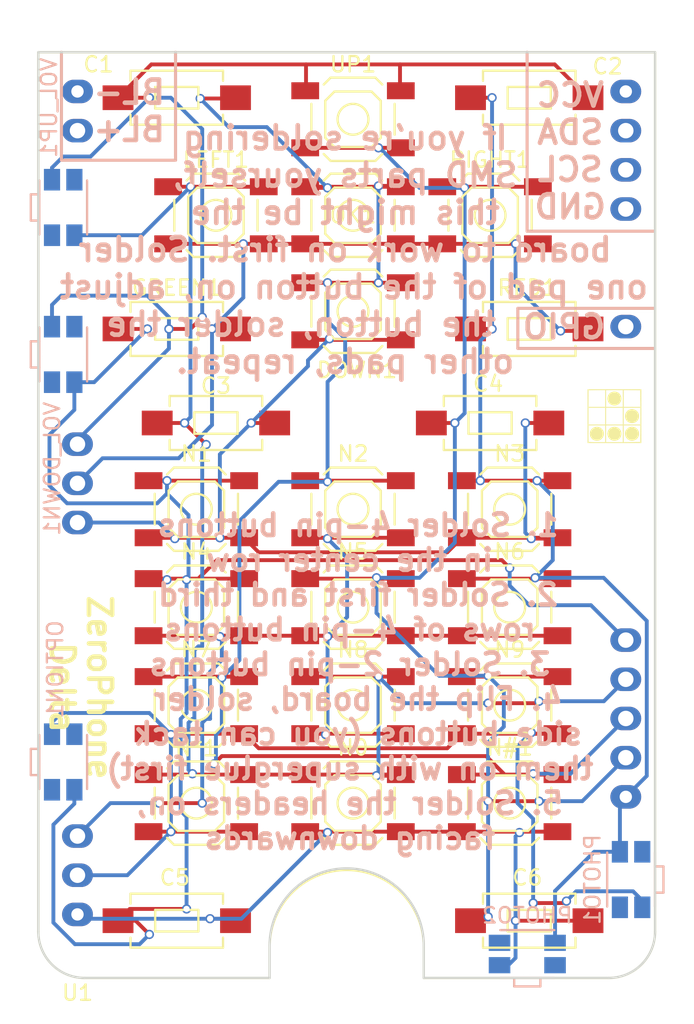
<source format=kicad_pcb>
(kicad_pcb (version 4) (host pcbnew 4.0.7)

  (general
    (links 94)
    (no_connects 0)
    (area 148.424999 104.924999 188.575001 165.075001)
    (thickness 1.6)
    (drawings 24)
    (tracks 405)
    (zones 0)
    (modules 32)
    (nets 19)
  )

  (page A4)
  (layers
    (0 F.Cu signal)
    (31 B.Cu signal)
    (32 B.Adhes user)
    (33 F.Adhes user)
    (34 B.Paste user)
    (35 F.Paste user)
    (36 B.SilkS user)
    (37 F.SilkS user)
    (38 B.Mask user)
    (39 F.Mask user)
    (40 Dwgs.User user)
    (41 Cmts.User user)
    (42 Eco1.User user)
    (43 Eco2.User user hide)
    (44 Edge.Cuts user)
    (45 Margin user)
    (46 B.CrtYd user)
    (47 F.CrtYd user)
    (48 B.Fab user)
    (49 F.Fab user)
  )

  (setup
    (last_trace_width 0.25)
    (trace_clearance 0.2)
    (zone_clearance 0.508)
    (zone_45_only no)
    (trace_min 0.2)
    (segment_width 0.2)
    (edge_width 0.15)
    (via_size 0.6)
    (via_drill 0.4)
    (via_min_size 0.4)
    (via_min_drill 0.3)
    (uvia_size 0.3)
    (uvia_drill 0.1)
    (uvias_allowed no)
    (uvia_min_size 0.2)
    (uvia_min_drill 0.1)
    (pcb_text_width 0.3)
    (pcb_text_size 1.5 1.5)
    (mod_edge_width 0.15)
    (mod_text_size 1 1)
    (mod_text_width 0.15)
    (pad_size 1.524 1.524)
    (pad_drill 0.762)
    (pad_to_mask_clearance 0.2)
    (aux_axis_origin 147.3 104.2)
    (visible_elements 7FFEFF7F)
    (pcbplotparams
      (layerselection 0x010f0_80000001)
      (usegerberextensions true)
      (usegerberattributes true)
      (excludeedgelayer true)
      (linewidth 0.100000)
      (plotframeref false)
      (viasonmask false)
      (mode 1)
      (useauxorigin true)
      (hpglpennumber 1)
      (hpglpenspeed 20)
      (hpglpendiameter 15)
      (hpglpenoverlay 2)
      (psnegative false)
      (psa4output false)
      (plotreference true)
      (plotvalue true)
      (plotinvisibletext false)
      (padsonsilk false)
      (subtractmaskfromsilk false)
      (outputformat 1)
      (mirror false)
      (drillshape 0)
      (scaleselection 1)
      (outputdirectory gerbers/))
  )

  (net 0 "")
  (net 1 /COL1)
  (net 2 /ROW3)
  (net 3 /ROW1)
  (net 4 /COL3)
  (net 5 /ROW4)
  (net 6 /ROW2)
  (net 7 /COL6)
  (net 8 /ROW5)
  (net 9 /COL2)
  (net 10 /COL5)
  (net 11 /COL4)
  (net 12 "Net-(U1-Pad12)")
  (net 13 "Net-(U1-Pad13)")
  (net 14 "Net-(U1-Pad14)")
  (net 15 "Net-(U1-Pad15)")
  (net 16 "Net-(U1-Pad16)")
  (net 17 "Net-(U1-Pad17)")
  (net 18 "Net-(U1-Pad18)")

  (net_class Default "This is the default net class."
    (clearance 0.2)
    (trace_width 0.25)
    (via_dia 0.6)
    (via_drill 0.4)
    (uvia_dia 0.3)
    (uvia_drill 0.1)
    (add_net /COL1)
    (add_net /COL2)
    (add_net /COL3)
    (add_net /COL4)
    (add_net /COL5)
    (add_net /COL6)
    (add_net /ROW1)
    (add_net /ROW2)
    (add_net /ROW3)
    (add_net /ROW4)
    (add_net /ROW5)
    (add_net "Net-(U1-Pad12)")
    (add_net "Net-(U1-Pad13)")
    (add_net "Net-(U1-Pad14)")
    (add_net "Net-(U1-Pad15)")
    (add_net "Net-(U1-Pad16)")
    (add_net "Net-(U1-Pad17)")
    (add_net "Net-(U1-Pad18)")
  )

  (module Buttons_Switches_SMD:SW_SPST_SKQG (layer F.Cu) (tedit 58498098) (tstamp 58495D36)
    (at 168.91 121.793)
    (descr "ALPS 5.2mm Square Low-profile TACT Switch (SMD)")
    (tags "SPST Button Switch")
    (path /58472366)
    (attr smd)
    (fp_text reference DOWN1 (at 0.254 3.81) (layer F.SilkS)
      (effects (font (size 1 1) (thickness 0.15)))
    )
    (fp_text value AB2_SWITCH_MOMENTARY (at 0 3.7) (layer F.Fab)
      (effects (font (size 1 1) (thickness 0.15)))
    )
    (fp_line (start -4.25 -2.95) (end -4.25 2.95) (layer F.CrtYd) (width 0.05))
    (fp_line (start 4.25 -2.95) (end -4.25 -2.95) (layer F.CrtYd) (width 0.05))
    (fp_line (start 4.25 2.95) (end 4.25 -2.95) (layer F.CrtYd) (width 0.05))
    (fp_line (start -4.25 2.95) (end 4.25 2.95) (layer F.CrtYd) (width 0.05))
    (fp_circle (center 0 0) (end 1 0) (layer F.SilkS) (width 0.15))
    (fp_line (start -1.2 -1.8) (end 1.2 -1.8) (layer F.SilkS) (width 0.15))
    (fp_line (start -1.8 -1.2) (end -1.2 -1.8) (layer F.SilkS) (width 0.15))
    (fp_line (start -1.8 1.2) (end -1.8 -1.2) (layer F.SilkS) (width 0.15))
    (fp_line (start -1.2 1.8) (end -1.8 1.2) (layer F.SilkS) (width 0.15))
    (fp_line (start 1.2 1.8) (end -1.2 1.8) (layer F.SilkS) (width 0.15))
    (fp_line (start 1.8 1.2) (end 1.2 1.8) (layer F.SilkS) (width 0.15))
    (fp_line (start 1.8 -1.2) (end 1.8 1.2) (layer F.SilkS) (width 0.15))
    (fp_line (start 1.2 -1.8) (end 1.8 -1.2) (layer F.SilkS) (width 0.15))
    (fp_line (start -1.45 -2.7) (end 1.45 -2.7) (layer F.SilkS) (width 0.15))
    (fp_line (start -1.9 -2.25) (end -1.45 -2.7) (layer F.SilkS) (width 0.15))
    (fp_line (start -2.7 1) (end -2.7 -1) (layer F.SilkS) (width 0.15))
    (fp_line (start -1.45 2.7) (end -1.9 2.25) (layer F.SilkS) (width 0.15))
    (fp_line (start 1.45 2.7) (end -1.45 2.7) (layer F.SilkS) (width 0.15))
    (fp_line (start 1.9 2.25) (end 1.45 2.7) (layer F.SilkS) (width 0.15))
    (fp_line (start 2.7 -1) (end 2.7 1) (layer F.SilkS) (width 0.15))
    (fp_line (start 1.45 -2.7) (end 1.9 -2.25) (layer F.SilkS) (width 0.15))
    (pad 1 smd rect (at -3.1 -1.85) (size 1.8 1.1) (layers F.Cu F.Paste F.Mask)
      (net 2 /ROW3))
    (pad 1 smd rect (at 3.1 -1.85) (size 1.8 1.1) (layers F.Cu F.Paste F.Mask)
      (net 2 /ROW3))
    (pad 2 smd rect (at -3.1 1.85) (size 1.8 1.1) (layers F.Cu F.Paste F.Mask)
      (net 4 /COL3))
    (pad 2 smd rect (at 3.1 1.85) (size 1.8 1.1) (layers F.Cu F.Paste F.Mask)
      (net 4 /COL3))
    (model ${KIPRJMOD}/libs/SKQG/AB2_PB_MOM_5.2MM_SMD_1.1MM_KEY.wrl
      (at (xyz 0 0 0))
      (scale (xyz 0.3937 0.3937 0.3937))
      (rotate (xyz 0 0 0))
    )
  )

  (module Buttons_Switches_SMD:SW_SPST_SKQG (layer F.Cu) (tedit 58497FCC) (tstamp 58495D44)
    (at 160.02 115.57)
    (descr "ALPS 5.2mm Square Low-profile TACT Switch (SMD)")
    (tags "SPST Button Switch")
    (path /584722B9)
    (attr smd)
    (fp_text reference LEFT1 (at 0 -3.6) (layer F.SilkS)
      (effects (font (size 1 1) (thickness 0.15)))
    )
    (fp_text value AB2_SWITCH_MOMENTARY (at 0 3.7) (layer F.Fab)
      (effects (font (size 1 1) (thickness 0.15)))
    )
    (fp_line (start -4.25 -2.95) (end -4.25 2.95) (layer F.CrtYd) (width 0.05))
    (fp_line (start 4.25 -2.95) (end -4.25 -2.95) (layer F.CrtYd) (width 0.05))
    (fp_line (start 4.25 2.95) (end 4.25 -2.95) (layer F.CrtYd) (width 0.05))
    (fp_line (start -4.25 2.95) (end 4.25 2.95) (layer F.CrtYd) (width 0.05))
    (fp_circle (center 0 0) (end 1 0) (layer F.SilkS) (width 0.15))
    (fp_line (start -1.2 -1.8) (end 1.2 -1.8) (layer F.SilkS) (width 0.15))
    (fp_line (start -1.8 -1.2) (end -1.2 -1.8) (layer F.SilkS) (width 0.15))
    (fp_line (start -1.8 1.2) (end -1.8 -1.2) (layer F.SilkS) (width 0.15))
    (fp_line (start -1.2 1.8) (end -1.8 1.2) (layer F.SilkS) (width 0.15))
    (fp_line (start 1.2 1.8) (end -1.2 1.8) (layer F.SilkS) (width 0.15))
    (fp_line (start 1.8 1.2) (end 1.2 1.8) (layer F.SilkS) (width 0.15))
    (fp_line (start 1.8 -1.2) (end 1.8 1.2) (layer F.SilkS) (width 0.15))
    (fp_line (start 1.2 -1.8) (end 1.8 -1.2) (layer F.SilkS) (width 0.15))
    (fp_line (start -1.45 -2.7) (end 1.45 -2.7) (layer F.SilkS) (width 0.15))
    (fp_line (start -1.9 -2.25) (end -1.45 -2.7) (layer F.SilkS) (width 0.15))
    (fp_line (start -2.7 1) (end -2.7 -1) (layer F.SilkS) (width 0.15))
    (fp_line (start -1.45 2.7) (end -1.9 2.25) (layer F.SilkS) (width 0.15))
    (fp_line (start 1.45 2.7) (end -1.45 2.7) (layer F.SilkS) (width 0.15))
    (fp_line (start 1.9 2.25) (end 1.45 2.7) (layer F.SilkS) (width 0.15))
    (fp_line (start 2.7 -1) (end 2.7 1) (layer F.SilkS) (width 0.15))
    (fp_line (start 1.45 -2.7) (end 1.9 -2.25) (layer F.SilkS) (width 0.15))
    (pad 1 smd rect (at -3.1 -1.85) (size 1.8 1.1) (layers F.Cu F.Paste F.Mask)
      (net 5 /ROW4))
    (pad 1 smd rect (at 3.1 -1.85) (size 1.8 1.1) (layers F.Cu F.Paste F.Mask)
      (net 5 /ROW4))
    (pad 2 smd rect (at -3.1 1.85) (size 1.8 1.1) (layers F.Cu F.Paste F.Mask)
      (net 9 /COL2))
    (pad 2 smd rect (at 3.1 1.85) (size 1.8 1.1) (layers F.Cu F.Paste F.Mask)
      (net 9 /COL2))
    (model ${KIPRJMOD}/libs/SKQG/AB2_PB_MOM_5.2MM_SMD_1.1MM_KEY.wrl
      (at (xyz 0 0 0))
      (scale (xyz 0.3937 0.3937 0.3937))
      (rotate (xyz 0 0 0))
    )
  )

  (module Buttons_Switches_SMD:SW_SPST_SKQG (layer F.Cu) (tedit 58497F7A) (tstamp 58495D4C)
    (at 179.07 153.67)
    (descr "ALPS 5.2mm Square Low-profile TACT Switch (SMD)")
    (tags "SPST Button Switch")
    (path /58472539)
    (attr smd)
    (fp_text reference N#1 (at 0 -3.6) (layer F.SilkS)
      (effects (font (size 1 1) (thickness 0.15)))
    )
    (fp_text value AB2_SWITCH_MOMENTARY (at 0 3.7) (layer F.Fab)
      (effects (font (size 1 1) (thickness 0.15)))
    )
    (fp_line (start -4.25 -2.95) (end -4.25 2.95) (layer F.CrtYd) (width 0.05))
    (fp_line (start 4.25 -2.95) (end -4.25 -2.95) (layer F.CrtYd) (width 0.05))
    (fp_line (start 4.25 2.95) (end 4.25 -2.95) (layer F.CrtYd) (width 0.05))
    (fp_line (start -4.25 2.95) (end 4.25 2.95) (layer F.CrtYd) (width 0.05))
    (fp_circle (center 0 0) (end 1 0) (layer F.SilkS) (width 0.15))
    (fp_line (start -1.2 -1.8) (end 1.2 -1.8) (layer F.SilkS) (width 0.15))
    (fp_line (start -1.8 -1.2) (end -1.2 -1.8) (layer F.SilkS) (width 0.15))
    (fp_line (start -1.8 1.2) (end -1.8 -1.2) (layer F.SilkS) (width 0.15))
    (fp_line (start -1.2 1.8) (end -1.8 1.2) (layer F.SilkS) (width 0.15))
    (fp_line (start 1.2 1.8) (end -1.2 1.8) (layer F.SilkS) (width 0.15))
    (fp_line (start 1.8 1.2) (end 1.2 1.8) (layer F.SilkS) (width 0.15))
    (fp_line (start 1.8 -1.2) (end 1.8 1.2) (layer F.SilkS) (width 0.15))
    (fp_line (start 1.2 -1.8) (end 1.8 -1.2) (layer F.SilkS) (width 0.15))
    (fp_line (start -1.45 -2.7) (end 1.45 -2.7) (layer F.SilkS) (width 0.15))
    (fp_line (start -1.9 -2.25) (end -1.45 -2.7) (layer F.SilkS) (width 0.15))
    (fp_line (start -2.7 1) (end -2.7 -1) (layer F.SilkS) (width 0.15))
    (fp_line (start -1.45 2.7) (end -1.9 2.25) (layer F.SilkS) (width 0.15))
    (fp_line (start 1.45 2.7) (end -1.45 2.7) (layer F.SilkS) (width 0.15))
    (fp_line (start 1.9 2.25) (end 1.45 2.7) (layer F.SilkS) (width 0.15))
    (fp_line (start 2.7 -1) (end 2.7 1) (layer F.SilkS) (width 0.15))
    (fp_line (start 1.45 -2.7) (end 1.9 -2.25) (layer F.SilkS) (width 0.15))
    (pad 1 smd rect (at -3.1 -1.85) (size 1.8 1.1) (layers F.Cu F.Paste F.Mask)
      (net 2 /ROW3))
    (pad 1 smd rect (at 3.1 -1.85) (size 1.8 1.1) (layers F.Cu F.Paste F.Mask)
      (net 2 /ROW3))
    (pad 2 smd rect (at -3.1 1.85) (size 1.8 1.1) (layers F.Cu F.Paste F.Mask)
      (net 7 /COL6))
    (pad 2 smd rect (at 3.1 1.85) (size 1.8 1.1) (layers F.Cu F.Paste F.Mask)
      (net 7 /COL6))
    (model ${KIPRJMOD}/libs/SKQG/AB2_PB_MOM_5.2MM_SMD_1.1MM_KEY.wrl
      (at (xyz 0 0 0))
      (scale (xyz 0.3937 0.3937 0.3937))
      (rotate (xyz 0 0 0))
    )
  )

  (module Buttons_Switches_SMD:SW_SPST_SKQG (layer F.Cu) (tedit 5849806F) (tstamp 58495D54)
    (at 158.75 153.67)
    (descr "ALPS 5.2mm Square Low-profile TACT Switch (SMD)")
    (tags "SPST Button Switch")
    (path /58472515)
    (attr smd)
    (fp_text reference N*1 (at 0 -3.556) (layer F.SilkS)
      (effects (font (size 1 1) (thickness 0.15)))
    )
    (fp_text value AB2_SWITCH_MOMENTARY (at 0 3.7) (layer F.Fab)
      (effects (font (size 1 1) (thickness 0.15)))
    )
    (fp_line (start -4.25 -2.95) (end -4.25 2.95) (layer F.CrtYd) (width 0.05))
    (fp_line (start 4.25 -2.95) (end -4.25 -2.95) (layer F.CrtYd) (width 0.05))
    (fp_line (start 4.25 2.95) (end 4.25 -2.95) (layer F.CrtYd) (width 0.05))
    (fp_line (start -4.25 2.95) (end 4.25 2.95) (layer F.CrtYd) (width 0.05))
    (fp_circle (center 0 0) (end 1 0) (layer F.SilkS) (width 0.15))
    (fp_line (start -1.2 -1.8) (end 1.2 -1.8) (layer F.SilkS) (width 0.15))
    (fp_line (start -1.8 -1.2) (end -1.2 -1.8) (layer F.SilkS) (width 0.15))
    (fp_line (start -1.8 1.2) (end -1.8 -1.2) (layer F.SilkS) (width 0.15))
    (fp_line (start -1.2 1.8) (end -1.8 1.2) (layer F.SilkS) (width 0.15))
    (fp_line (start 1.2 1.8) (end -1.2 1.8) (layer F.SilkS) (width 0.15))
    (fp_line (start 1.8 1.2) (end 1.2 1.8) (layer F.SilkS) (width 0.15))
    (fp_line (start 1.8 -1.2) (end 1.8 1.2) (layer F.SilkS) (width 0.15))
    (fp_line (start 1.2 -1.8) (end 1.8 -1.2) (layer F.SilkS) (width 0.15))
    (fp_line (start -1.45 -2.7) (end 1.45 -2.7) (layer F.SilkS) (width 0.15))
    (fp_line (start -1.9 -2.25) (end -1.45 -2.7) (layer F.SilkS) (width 0.15))
    (fp_line (start -2.7 1) (end -2.7 -1) (layer F.SilkS) (width 0.15))
    (fp_line (start -1.45 2.7) (end -1.9 2.25) (layer F.SilkS) (width 0.15))
    (fp_line (start 1.45 2.7) (end -1.45 2.7) (layer F.SilkS) (width 0.15))
    (fp_line (start 1.9 2.25) (end 1.45 2.7) (layer F.SilkS) (width 0.15))
    (fp_line (start 2.7 -1) (end 2.7 1) (layer F.SilkS) (width 0.15))
    (fp_line (start 1.45 -2.7) (end 1.9 -2.25) (layer F.SilkS) (width 0.15))
    (pad 1 smd rect (at -3.1 -1.85) (size 1.8 1.1) (layers F.Cu F.Paste F.Mask)
      (net 5 /ROW4))
    (pad 1 smd rect (at 3.1 -1.85) (size 1.8 1.1) (layers F.Cu F.Paste F.Mask)
      (net 5 /ROW4))
    (pad 2 smd rect (at -3.1 1.85) (size 1.8 1.1) (layers F.Cu F.Paste F.Mask)
      (net 10 /COL5))
    (pad 2 smd rect (at 3.1 1.85) (size 1.8 1.1) (layers F.Cu F.Paste F.Mask)
      (net 10 /COL5))
    (model ${KIPRJMOD}/libs/SKQG/AB2_PB_MOM_5.2MM_SMD_1.1MM_KEY.wrl
      (at (xyz 0 0 0))
      (scale (xyz 0.3937 0.3937 0.3937))
      (rotate (xyz 0 0 0))
    )
  )

  (module Buttons_Switches_SMD:SW_SPST_SKQG (layer F.Cu) (tedit 58497F7F) (tstamp 58495D5C)
    (at 168.91 153.67)
    (descr "ALPS 5.2mm Square Low-profile TACT Switch (SMD)")
    (tags "SPST Button Switch")
    (path /58472533)
    (attr smd)
    (fp_text reference N0 (at 0 -3.6) (layer F.SilkS)
      (effects (font (size 1 1) (thickness 0.15)))
    )
    (fp_text value AB2_SWITCH_MOMENTARY (at 0 3.7) (layer F.Fab)
      (effects (font (size 1 1) (thickness 0.15)))
    )
    (fp_line (start -4.25 -2.95) (end -4.25 2.95) (layer F.CrtYd) (width 0.05))
    (fp_line (start 4.25 -2.95) (end -4.25 -2.95) (layer F.CrtYd) (width 0.05))
    (fp_line (start 4.25 2.95) (end 4.25 -2.95) (layer F.CrtYd) (width 0.05))
    (fp_line (start -4.25 2.95) (end 4.25 2.95) (layer F.CrtYd) (width 0.05))
    (fp_circle (center 0 0) (end 1 0) (layer F.SilkS) (width 0.15))
    (fp_line (start -1.2 -1.8) (end 1.2 -1.8) (layer F.SilkS) (width 0.15))
    (fp_line (start -1.8 -1.2) (end -1.2 -1.8) (layer F.SilkS) (width 0.15))
    (fp_line (start -1.8 1.2) (end -1.8 -1.2) (layer F.SilkS) (width 0.15))
    (fp_line (start -1.2 1.8) (end -1.8 1.2) (layer F.SilkS) (width 0.15))
    (fp_line (start 1.2 1.8) (end -1.2 1.8) (layer F.SilkS) (width 0.15))
    (fp_line (start 1.8 1.2) (end 1.2 1.8) (layer F.SilkS) (width 0.15))
    (fp_line (start 1.8 -1.2) (end 1.8 1.2) (layer F.SilkS) (width 0.15))
    (fp_line (start 1.2 -1.8) (end 1.8 -1.2) (layer F.SilkS) (width 0.15))
    (fp_line (start -1.45 -2.7) (end 1.45 -2.7) (layer F.SilkS) (width 0.15))
    (fp_line (start -1.9 -2.25) (end -1.45 -2.7) (layer F.SilkS) (width 0.15))
    (fp_line (start -2.7 1) (end -2.7 -1) (layer F.SilkS) (width 0.15))
    (fp_line (start -1.45 2.7) (end -1.9 2.25) (layer F.SilkS) (width 0.15))
    (fp_line (start 1.45 2.7) (end -1.45 2.7) (layer F.SilkS) (width 0.15))
    (fp_line (start 1.9 2.25) (end 1.45 2.7) (layer F.SilkS) (width 0.15))
    (fp_line (start 2.7 -1) (end 2.7 1) (layer F.SilkS) (width 0.15))
    (fp_line (start 1.45 -2.7) (end 1.9 -2.25) (layer F.SilkS) (width 0.15))
    (pad 1 smd rect (at -3.1 -1.85) (size 1.8 1.1) (layers F.Cu F.Paste F.Mask)
      (net 5 /ROW4))
    (pad 1 smd rect (at 3.1 -1.85) (size 1.8 1.1) (layers F.Cu F.Paste F.Mask)
      (net 5 /ROW4))
    (pad 2 smd rect (at -3.1 1.85) (size 1.8 1.1) (layers F.Cu F.Paste F.Mask)
      (net 7 /COL6))
    (pad 2 smd rect (at 3.1 1.85) (size 1.8 1.1) (layers F.Cu F.Paste F.Mask)
      (net 7 /COL6))
    (model ${KIPRJMOD}/libs/SKQG/AB2_PB_MOM_5.2MM_SMD_1.1MM_KEY.wrl
      (at (xyz 0 0 0))
      (scale (xyz 0.3937 0.3937 0.3937))
      (rotate (xyz 0 0 0))
    )
  )

  (module Buttons_Switches_SMD:SW_SPST_SKQG (layer F.Cu) (tedit 58497F47) (tstamp 58495D64)
    (at 158.75 134.62)
    (descr "ALPS 5.2mm Square Low-profile TACT Switch (SMD)")
    (tags "SPST Button Switch")
    (path /5847235A)
    (attr smd)
    (fp_text reference N1 (at 0 -3.6) (layer F.SilkS)
      (effects (font (size 1 1) (thickness 0.15)))
    )
    (fp_text value AB2_SWITCH_MOMENTARY (at 0 3.7) (layer F.Fab)
      (effects (font (size 1 1) (thickness 0.15)))
    )
    (fp_line (start -4.25 -2.95) (end -4.25 2.95) (layer F.CrtYd) (width 0.05))
    (fp_line (start 4.25 -2.95) (end -4.25 -2.95) (layer F.CrtYd) (width 0.05))
    (fp_line (start 4.25 2.95) (end 4.25 -2.95) (layer F.CrtYd) (width 0.05))
    (fp_line (start -4.25 2.95) (end 4.25 2.95) (layer F.CrtYd) (width 0.05))
    (fp_circle (center 0 0) (end 1 0) (layer F.SilkS) (width 0.15))
    (fp_line (start -1.2 -1.8) (end 1.2 -1.8) (layer F.SilkS) (width 0.15))
    (fp_line (start -1.8 -1.2) (end -1.2 -1.8) (layer F.SilkS) (width 0.15))
    (fp_line (start -1.8 1.2) (end -1.8 -1.2) (layer F.SilkS) (width 0.15))
    (fp_line (start -1.2 1.8) (end -1.8 1.2) (layer F.SilkS) (width 0.15))
    (fp_line (start 1.2 1.8) (end -1.2 1.8) (layer F.SilkS) (width 0.15))
    (fp_line (start 1.8 1.2) (end 1.2 1.8) (layer F.SilkS) (width 0.15))
    (fp_line (start 1.8 -1.2) (end 1.8 1.2) (layer F.SilkS) (width 0.15))
    (fp_line (start 1.2 -1.8) (end 1.8 -1.2) (layer F.SilkS) (width 0.15))
    (fp_line (start -1.45 -2.7) (end 1.45 -2.7) (layer F.SilkS) (width 0.15))
    (fp_line (start -1.9 -2.25) (end -1.45 -2.7) (layer F.SilkS) (width 0.15))
    (fp_line (start -2.7 1) (end -2.7 -1) (layer F.SilkS) (width 0.15))
    (fp_line (start -1.45 2.7) (end -1.9 2.25) (layer F.SilkS) (width 0.15))
    (fp_line (start 1.45 2.7) (end -1.45 2.7) (layer F.SilkS) (width 0.15))
    (fp_line (start 1.9 2.25) (end 1.45 2.7) (layer F.SilkS) (width 0.15))
    (fp_line (start 2.7 -1) (end 2.7 1) (layer F.SilkS) (width 0.15))
    (fp_line (start 1.45 -2.7) (end 1.9 -2.25) (layer F.SilkS) (width 0.15))
    (pad 1 smd rect (at -3.1 -1.85) (size 1.8 1.1) (layers F.Cu F.Paste F.Mask)
      (net 8 /ROW5))
    (pad 1 smd rect (at 3.1 -1.85) (size 1.8 1.1) (layers F.Cu F.Paste F.Mask)
      (net 8 /ROW5))
    (pad 2 smd rect (at -3.1 1.85) (size 1.8 1.1) (layers F.Cu F.Paste F.Mask)
      (net 4 /COL3))
    (pad 2 smd rect (at 3.1 1.85) (size 1.8 1.1) (layers F.Cu F.Paste F.Mask)
      (net 4 /COL3))
    (model ${KIPRJMOD}/libs/SKQG/AB2_PB_MOM_5.2MM_SMD_1.1MM_KEY.wrl
      (at (xyz 0 0 0))
      (scale (xyz 0.3937 0.3937 0.3937))
      (rotate (xyz 0 0 0))
    )
  )

  (module Buttons_Switches_SMD:SW_SPST_SKQG (layer F.Cu) (tedit 58497F51) (tstamp 58495D6C)
    (at 168.91 134.62)
    (descr "ALPS 5.2mm Square Low-profile TACT Switch (SMD)")
    (tags "SPST Button Switch")
    (path /584724FD)
    (attr smd)
    (fp_text reference N2 (at 0 -3.6) (layer F.SilkS)
      (effects (font (size 1 1) (thickness 0.15)))
    )
    (fp_text value AB2_SWITCH_MOMENTARY (at 0 3.7) (layer F.Fab)
      (effects (font (size 1 1) (thickness 0.15)))
    )
    (fp_line (start -4.25 -2.95) (end -4.25 2.95) (layer F.CrtYd) (width 0.05))
    (fp_line (start 4.25 -2.95) (end -4.25 -2.95) (layer F.CrtYd) (width 0.05))
    (fp_line (start 4.25 2.95) (end 4.25 -2.95) (layer F.CrtYd) (width 0.05))
    (fp_line (start -4.25 2.95) (end 4.25 2.95) (layer F.CrtYd) (width 0.05))
    (fp_circle (center 0 0) (end 1 0) (layer F.SilkS) (width 0.15))
    (fp_line (start -1.2 -1.8) (end 1.2 -1.8) (layer F.SilkS) (width 0.15))
    (fp_line (start -1.8 -1.2) (end -1.2 -1.8) (layer F.SilkS) (width 0.15))
    (fp_line (start -1.8 1.2) (end -1.8 -1.2) (layer F.SilkS) (width 0.15))
    (fp_line (start -1.2 1.8) (end -1.8 1.2) (layer F.SilkS) (width 0.15))
    (fp_line (start 1.2 1.8) (end -1.2 1.8) (layer F.SilkS) (width 0.15))
    (fp_line (start 1.8 1.2) (end 1.2 1.8) (layer F.SilkS) (width 0.15))
    (fp_line (start 1.8 -1.2) (end 1.8 1.2) (layer F.SilkS) (width 0.15))
    (fp_line (start 1.2 -1.8) (end 1.8 -1.2) (layer F.SilkS) (width 0.15))
    (fp_line (start -1.45 -2.7) (end 1.45 -2.7) (layer F.SilkS) (width 0.15))
    (fp_line (start -1.9 -2.25) (end -1.45 -2.7) (layer F.SilkS) (width 0.15))
    (fp_line (start -2.7 1) (end -2.7 -1) (layer F.SilkS) (width 0.15))
    (fp_line (start -1.45 2.7) (end -1.9 2.25) (layer F.SilkS) (width 0.15))
    (fp_line (start 1.45 2.7) (end -1.45 2.7) (layer F.SilkS) (width 0.15))
    (fp_line (start 1.9 2.25) (end 1.45 2.7) (layer F.SilkS) (width 0.15))
    (fp_line (start 2.7 -1) (end 2.7 1) (layer F.SilkS) (width 0.15))
    (fp_line (start 1.45 -2.7) (end 1.9 -2.25) (layer F.SilkS) (width 0.15))
    (pad 1 smd rect (at -3.1 -1.85) (size 1.8 1.1) (layers F.Cu F.Paste F.Mask)
      (net 2 /ROW3))
    (pad 1 smd rect (at 3.1 -1.85) (size 1.8 1.1) (layers F.Cu F.Paste F.Mask)
      (net 2 /ROW3))
    (pad 2 smd rect (at -3.1 1.85) (size 1.8 1.1) (layers F.Cu F.Paste F.Mask)
      (net 11 /COL4))
    (pad 2 smd rect (at 3.1 1.85) (size 1.8 1.1) (layers F.Cu F.Paste F.Mask)
      (net 11 /COL4))
    (model ${KIPRJMOD}/libs/SKQG/AB2_PB_MOM_5.2MM_SMD_1.1MM_KEY.wrl
      (at (xyz 0 0 0))
      (scale (xyz 0.3937 0.3937 0.3937))
      (rotate (xyz 0 0 0))
    )
  )

  (module Buttons_Switches_SMD:SW_SPST_SKQG (layer F.Cu) (tedit 58497FE3) (tstamp 58495D74)
    (at 179.07 134.62)
    (descr "ALPS 5.2mm Square Low-profile TACT Switch (SMD)")
    (tags "SPST Button Switch")
    (path /58472372)
    (attr smd)
    (fp_text reference N3 (at 0 -3.6) (layer F.SilkS)
      (effects (font (size 1 1) (thickness 0.15)))
    )
    (fp_text value AB2_SWITCH_MOMENTARY (at 0 3.7) (layer F.Fab)
      (effects (font (size 1 1) (thickness 0.15)))
    )
    (fp_line (start -4.25 -2.95) (end -4.25 2.95) (layer F.CrtYd) (width 0.05))
    (fp_line (start 4.25 -2.95) (end -4.25 -2.95) (layer F.CrtYd) (width 0.05))
    (fp_line (start 4.25 2.95) (end 4.25 -2.95) (layer F.CrtYd) (width 0.05))
    (fp_line (start -4.25 2.95) (end 4.25 2.95) (layer F.CrtYd) (width 0.05))
    (fp_circle (center 0 0) (end 1 0) (layer F.SilkS) (width 0.15))
    (fp_line (start -1.2 -1.8) (end 1.2 -1.8) (layer F.SilkS) (width 0.15))
    (fp_line (start -1.8 -1.2) (end -1.2 -1.8) (layer F.SilkS) (width 0.15))
    (fp_line (start -1.8 1.2) (end -1.8 -1.2) (layer F.SilkS) (width 0.15))
    (fp_line (start -1.2 1.8) (end -1.8 1.2) (layer F.SilkS) (width 0.15))
    (fp_line (start 1.2 1.8) (end -1.2 1.8) (layer F.SilkS) (width 0.15))
    (fp_line (start 1.8 1.2) (end 1.2 1.8) (layer F.SilkS) (width 0.15))
    (fp_line (start 1.8 -1.2) (end 1.8 1.2) (layer F.SilkS) (width 0.15))
    (fp_line (start 1.2 -1.8) (end 1.8 -1.2) (layer F.SilkS) (width 0.15))
    (fp_line (start -1.45 -2.7) (end 1.45 -2.7) (layer F.SilkS) (width 0.15))
    (fp_line (start -1.9 -2.25) (end -1.45 -2.7) (layer F.SilkS) (width 0.15))
    (fp_line (start -2.7 1) (end -2.7 -1) (layer F.SilkS) (width 0.15))
    (fp_line (start -1.45 2.7) (end -1.9 2.25) (layer F.SilkS) (width 0.15))
    (fp_line (start 1.45 2.7) (end -1.45 2.7) (layer F.SilkS) (width 0.15))
    (fp_line (start 1.9 2.25) (end 1.45 2.7) (layer F.SilkS) (width 0.15))
    (fp_line (start 2.7 -1) (end 2.7 1) (layer F.SilkS) (width 0.15))
    (fp_line (start 1.45 -2.7) (end 1.9 -2.25) (layer F.SilkS) (width 0.15))
    (pad 1 smd rect (at -3.1 -1.85) (size 1.8 1.1) (layers F.Cu F.Paste F.Mask)
      (net 3 /ROW1))
    (pad 1 smd rect (at 3.1 -1.85) (size 1.8 1.1) (layers F.Cu F.Paste F.Mask)
      (net 3 /ROW1))
    (pad 2 smd rect (at -3.1 1.85) (size 1.8 1.1) (layers F.Cu F.Paste F.Mask)
      (net 4 /COL3))
    (pad 2 smd rect (at 3.1 1.85) (size 1.8 1.1) (layers F.Cu F.Paste F.Mask)
      (net 4 /COL3))
    (model ${KIPRJMOD}/libs/SKQG/AB2_PB_MOM_5.2MM_SMD_1.1MM_KEY.wrl
      (at (xyz 0 0 0))
      (scale (xyz 0.3937 0.3937 0.3937))
      (rotate (xyz 0 0 0))
    )
  )

  (module Buttons_Switches_SMD:SW_SPST_SKQG (layer F.Cu) (tedit 58497F63) (tstamp 58495D7C)
    (at 158.75 140.97)
    (descr "ALPS 5.2mm Square Low-profile TACT Switch (SMD)")
    (tags "SPST Button Switch")
    (path /584724F1)
    (attr smd)
    (fp_text reference N4 (at 0 -3.6) (layer F.SilkS)
      (effects (font (size 1 1) (thickness 0.15)))
    )
    (fp_text value AB2_SWITCH_MOMENTARY (at 0 3.7) (layer F.Fab)
      (effects (font (size 1 1) (thickness 0.15)))
    )
    (fp_line (start -4.25 -2.95) (end -4.25 2.95) (layer F.CrtYd) (width 0.05))
    (fp_line (start 4.25 -2.95) (end -4.25 -2.95) (layer F.CrtYd) (width 0.05))
    (fp_line (start 4.25 2.95) (end 4.25 -2.95) (layer F.CrtYd) (width 0.05))
    (fp_line (start -4.25 2.95) (end 4.25 2.95) (layer F.CrtYd) (width 0.05))
    (fp_circle (center 0 0) (end 1 0) (layer F.SilkS) (width 0.15))
    (fp_line (start -1.2 -1.8) (end 1.2 -1.8) (layer F.SilkS) (width 0.15))
    (fp_line (start -1.8 -1.2) (end -1.2 -1.8) (layer F.SilkS) (width 0.15))
    (fp_line (start -1.8 1.2) (end -1.8 -1.2) (layer F.SilkS) (width 0.15))
    (fp_line (start -1.2 1.8) (end -1.8 1.2) (layer F.SilkS) (width 0.15))
    (fp_line (start 1.2 1.8) (end -1.2 1.8) (layer F.SilkS) (width 0.15))
    (fp_line (start 1.8 1.2) (end 1.2 1.8) (layer F.SilkS) (width 0.15))
    (fp_line (start 1.8 -1.2) (end 1.8 1.2) (layer F.SilkS) (width 0.15))
    (fp_line (start 1.2 -1.8) (end 1.8 -1.2) (layer F.SilkS) (width 0.15))
    (fp_line (start -1.45 -2.7) (end 1.45 -2.7) (layer F.SilkS) (width 0.15))
    (fp_line (start -1.9 -2.25) (end -1.45 -2.7) (layer F.SilkS) (width 0.15))
    (fp_line (start -2.7 1) (end -2.7 -1) (layer F.SilkS) (width 0.15))
    (fp_line (start -1.45 2.7) (end -1.9 2.25) (layer F.SilkS) (width 0.15))
    (fp_line (start 1.45 2.7) (end -1.45 2.7) (layer F.SilkS) (width 0.15))
    (fp_line (start 1.9 2.25) (end 1.45 2.7) (layer F.SilkS) (width 0.15))
    (fp_line (start 2.7 -1) (end 2.7 1) (layer F.SilkS) (width 0.15))
    (fp_line (start 1.45 -2.7) (end 1.9 -2.25) (layer F.SilkS) (width 0.15))
    (pad 1 smd rect (at -3.1 -1.85) (size 1.8 1.1) (layers F.Cu F.Paste F.Mask)
      (net 8 /ROW5))
    (pad 1 smd rect (at 3.1 -1.85) (size 1.8 1.1) (layers F.Cu F.Paste F.Mask)
      (net 8 /ROW5))
    (pad 2 smd rect (at -3.1 1.85) (size 1.8 1.1) (layers F.Cu F.Paste F.Mask)
      (net 11 /COL4))
    (pad 2 smd rect (at 3.1 1.85) (size 1.8 1.1) (layers F.Cu F.Paste F.Mask)
      (net 11 /COL4))
    (model ${KIPRJMOD}/libs/SKQG/AB2_PB_MOM_5.2MM_SMD_1.1MM_KEY.wrl
      (at (xyz 0 0 0))
      (scale (xyz 0.3937 0.3937 0.3937))
      (rotate (xyz 0 0 0))
    )
  )

  (module Buttons_Switches_SMD:SW_SPST_SKQG (layer F.Cu) (tedit 58497F68) (tstamp 58495D84)
    (at 168.91 140.97)
    (descr "ALPS 5.2mm Square Low-profile TACT Switch (SMD)")
    (tags "SPST Button Switch")
    (path /58472503)
    (attr smd)
    (fp_text reference N5 (at 0 -3.6) (layer F.SilkS)
      (effects (font (size 1 1) (thickness 0.15)))
    )
    (fp_text value AB2_SWITCH_MOMENTARY (at 0 3.7) (layer F.Fab)
      (effects (font (size 1 1) (thickness 0.15)))
    )
    (fp_line (start -4.25 -2.95) (end -4.25 2.95) (layer F.CrtYd) (width 0.05))
    (fp_line (start 4.25 -2.95) (end -4.25 -2.95) (layer F.CrtYd) (width 0.05))
    (fp_line (start 4.25 2.95) (end 4.25 -2.95) (layer F.CrtYd) (width 0.05))
    (fp_line (start -4.25 2.95) (end 4.25 2.95) (layer F.CrtYd) (width 0.05))
    (fp_circle (center 0 0) (end 1 0) (layer F.SilkS) (width 0.15))
    (fp_line (start -1.2 -1.8) (end 1.2 -1.8) (layer F.SilkS) (width 0.15))
    (fp_line (start -1.8 -1.2) (end -1.2 -1.8) (layer F.SilkS) (width 0.15))
    (fp_line (start -1.8 1.2) (end -1.8 -1.2) (layer F.SilkS) (width 0.15))
    (fp_line (start -1.2 1.8) (end -1.8 1.2) (layer F.SilkS) (width 0.15))
    (fp_line (start 1.2 1.8) (end -1.2 1.8) (layer F.SilkS) (width 0.15))
    (fp_line (start 1.8 1.2) (end 1.2 1.8) (layer F.SilkS) (width 0.15))
    (fp_line (start 1.8 -1.2) (end 1.8 1.2) (layer F.SilkS) (width 0.15))
    (fp_line (start 1.2 -1.8) (end 1.8 -1.2) (layer F.SilkS) (width 0.15))
    (fp_line (start -1.45 -2.7) (end 1.45 -2.7) (layer F.SilkS) (width 0.15))
    (fp_line (start -1.9 -2.25) (end -1.45 -2.7) (layer F.SilkS) (width 0.15))
    (fp_line (start -2.7 1) (end -2.7 -1) (layer F.SilkS) (width 0.15))
    (fp_line (start -1.45 2.7) (end -1.9 2.25) (layer F.SilkS) (width 0.15))
    (fp_line (start 1.45 2.7) (end -1.45 2.7) (layer F.SilkS) (width 0.15))
    (fp_line (start 1.9 2.25) (end 1.45 2.7) (layer F.SilkS) (width 0.15))
    (fp_line (start 2.7 -1) (end 2.7 1) (layer F.SilkS) (width 0.15))
    (fp_line (start 1.45 -2.7) (end 1.9 -2.25) (layer F.SilkS) (width 0.15))
    (pad 1 smd rect (at -3.1 -1.85) (size 1.8 1.1) (layers F.Cu F.Paste F.Mask)
      (net 6 /ROW2))
    (pad 1 smd rect (at 3.1 -1.85) (size 1.8 1.1) (layers F.Cu F.Paste F.Mask)
      (net 6 /ROW2))
    (pad 2 smd rect (at -3.1 1.85) (size 1.8 1.1) (layers F.Cu F.Paste F.Mask)
      (net 11 /COL4))
    (pad 2 smd rect (at 3.1 1.85) (size 1.8 1.1) (layers F.Cu F.Paste F.Mask)
      (net 11 /COL4))
    (model ${KIPRJMOD}/libs/SKQG/AB2_PB_MOM_5.2MM_SMD_1.1MM_KEY.wrl
      (at (xyz 0 0 0))
      (scale (xyz 0.3937 0.3937 0.3937))
      (rotate (xyz 0 0 0))
    )
  )

  (module Buttons_Switches_SMD:SW_SPST_SKQG (layer F.Cu) (tedit 58497F6C) (tstamp 58495D8C)
    (at 179.07 140.97)
    (descr "ALPS 5.2mm Square Low-profile TACT Switch (SMD)")
    (tags "SPST Button Switch")
    (path /58472509)
    (attr smd)
    (fp_text reference N6 (at 0 -3.6) (layer F.SilkS)
      (effects (font (size 1 1) (thickness 0.15)))
    )
    (fp_text value AB2_SWITCH_MOMENTARY (at 0 3.7) (layer F.Fab)
      (effects (font (size 1 1) (thickness 0.15)))
    )
    (fp_line (start -4.25 -2.95) (end -4.25 2.95) (layer F.CrtYd) (width 0.05))
    (fp_line (start 4.25 -2.95) (end -4.25 -2.95) (layer F.CrtYd) (width 0.05))
    (fp_line (start 4.25 2.95) (end 4.25 -2.95) (layer F.CrtYd) (width 0.05))
    (fp_line (start -4.25 2.95) (end 4.25 2.95) (layer F.CrtYd) (width 0.05))
    (fp_circle (center 0 0) (end 1 0) (layer F.SilkS) (width 0.15))
    (fp_line (start -1.2 -1.8) (end 1.2 -1.8) (layer F.SilkS) (width 0.15))
    (fp_line (start -1.8 -1.2) (end -1.2 -1.8) (layer F.SilkS) (width 0.15))
    (fp_line (start -1.8 1.2) (end -1.8 -1.2) (layer F.SilkS) (width 0.15))
    (fp_line (start -1.2 1.8) (end -1.8 1.2) (layer F.SilkS) (width 0.15))
    (fp_line (start 1.2 1.8) (end -1.2 1.8) (layer F.SilkS) (width 0.15))
    (fp_line (start 1.8 1.2) (end 1.2 1.8) (layer F.SilkS) (width 0.15))
    (fp_line (start 1.8 -1.2) (end 1.8 1.2) (layer F.SilkS) (width 0.15))
    (fp_line (start 1.2 -1.8) (end 1.8 -1.2) (layer F.SilkS) (width 0.15))
    (fp_line (start -1.45 -2.7) (end 1.45 -2.7) (layer F.SilkS) (width 0.15))
    (fp_line (start -1.9 -2.25) (end -1.45 -2.7) (layer F.SilkS) (width 0.15))
    (fp_line (start -2.7 1) (end -2.7 -1) (layer F.SilkS) (width 0.15))
    (fp_line (start -1.45 2.7) (end -1.9 2.25) (layer F.SilkS) (width 0.15))
    (fp_line (start 1.45 2.7) (end -1.45 2.7) (layer F.SilkS) (width 0.15))
    (fp_line (start 1.9 2.25) (end 1.45 2.7) (layer F.SilkS) (width 0.15))
    (fp_line (start 2.7 -1) (end 2.7 1) (layer F.SilkS) (width 0.15))
    (fp_line (start 1.45 -2.7) (end 1.9 -2.25) (layer F.SilkS) (width 0.15))
    (pad 1 smd rect (at -3.1 -1.85) (size 1.8 1.1) (layers F.Cu F.Paste F.Mask)
      (net 3 /ROW1))
    (pad 1 smd rect (at 3.1 -1.85) (size 1.8 1.1) (layers F.Cu F.Paste F.Mask)
      (net 3 /ROW1))
    (pad 2 smd rect (at -3.1 1.85) (size 1.8 1.1) (layers F.Cu F.Paste F.Mask)
      (net 11 /COL4))
    (pad 2 smd rect (at 3.1 1.85) (size 1.8 1.1) (layers F.Cu F.Paste F.Mask)
      (net 11 /COL4))
    (model ${KIPRJMOD}/libs/SKQG/AB2_PB_MOM_5.2MM_SMD_1.1MM_KEY.wrl
      (at (xyz 0 0 0))
      (scale (xyz 0.3937 0.3937 0.3937))
      (rotate (xyz 0 0 0))
    )
  )

  (module Buttons_Switches_SMD:SW_SPST_SKQG (layer F.Cu) (tedit 5849806A) (tstamp 58495D94)
    (at 158.75 147.32)
    (descr "ALPS 5.2mm Square Low-profile TACT Switch (SMD)")
    (tags "SPST Button Switch")
    (path /5847251B)
    (attr smd)
    (fp_text reference N7 (at 0 -3.6195) (layer F.SilkS)
      (effects (font (size 1 1) (thickness 0.15)))
    )
    (fp_text value AB2_SWITCH_MOMENTARY (at 0 3.7) (layer F.Fab)
      (effects (font (size 1 1) (thickness 0.15)))
    )
    (fp_line (start -4.25 -2.95) (end -4.25 2.95) (layer F.CrtYd) (width 0.05))
    (fp_line (start 4.25 -2.95) (end -4.25 -2.95) (layer F.CrtYd) (width 0.05))
    (fp_line (start 4.25 2.95) (end 4.25 -2.95) (layer F.CrtYd) (width 0.05))
    (fp_line (start -4.25 2.95) (end 4.25 2.95) (layer F.CrtYd) (width 0.05))
    (fp_circle (center 0 0) (end 1 0) (layer F.SilkS) (width 0.15))
    (fp_line (start -1.2 -1.8) (end 1.2 -1.8) (layer F.SilkS) (width 0.15))
    (fp_line (start -1.8 -1.2) (end -1.2 -1.8) (layer F.SilkS) (width 0.15))
    (fp_line (start -1.8 1.2) (end -1.8 -1.2) (layer F.SilkS) (width 0.15))
    (fp_line (start -1.2 1.8) (end -1.8 1.2) (layer F.SilkS) (width 0.15))
    (fp_line (start 1.2 1.8) (end -1.2 1.8) (layer F.SilkS) (width 0.15))
    (fp_line (start 1.8 1.2) (end 1.2 1.8) (layer F.SilkS) (width 0.15))
    (fp_line (start 1.8 -1.2) (end 1.8 1.2) (layer F.SilkS) (width 0.15))
    (fp_line (start 1.2 -1.8) (end 1.8 -1.2) (layer F.SilkS) (width 0.15))
    (fp_line (start -1.45 -2.7) (end 1.45 -2.7) (layer F.SilkS) (width 0.15))
    (fp_line (start -1.9 -2.25) (end -1.45 -2.7) (layer F.SilkS) (width 0.15))
    (fp_line (start -2.7 1) (end -2.7 -1) (layer F.SilkS) (width 0.15))
    (fp_line (start -1.45 2.7) (end -1.9 2.25) (layer F.SilkS) (width 0.15))
    (fp_line (start 1.45 2.7) (end -1.45 2.7) (layer F.SilkS) (width 0.15))
    (fp_line (start 1.9 2.25) (end 1.45 2.7) (layer F.SilkS) (width 0.15))
    (fp_line (start 2.7 -1) (end 2.7 1) (layer F.SilkS) (width 0.15))
    (fp_line (start 1.45 -2.7) (end 1.9 -2.25) (layer F.SilkS) (width 0.15))
    (pad 1 smd rect (at -3.1 -1.85) (size 1.8 1.1) (layers F.Cu F.Paste F.Mask)
      (net 2 /ROW3))
    (pad 1 smd rect (at 3.1 -1.85) (size 1.8 1.1) (layers F.Cu F.Paste F.Mask)
      (net 2 /ROW3))
    (pad 2 smd rect (at -3.1 1.85) (size 1.8 1.1) (layers F.Cu F.Paste F.Mask)
      (net 10 /COL5))
    (pad 2 smd rect (at 3.1 1.85) (size 1.8 1.1) (layers F.Cu F.Paste F.Mask)
      (net 10 /COL5))
    (model ${KIPRJMOD}/libs/SKQG/AB2_PB_MOM_5.2MM_SMD_1.1MM_KEY.wrl
      (at (xyz 0 0 0))
      (scale (xyz 0.3937 0.3937 0.3937))
      (rotate (xyz 0 0 0))
    )
  )

  (module Buttons_Switches_SMD:SW_SPST_SKQG (layer F.Cu) (tedit 58497F71) (tstamp 58495D9C)
    (at 168.91 147.32)
    (descr "ALPS 5.2mm Square Low-profile TACT Switch (SMD)")
    (tags "SPST Button Switch")
    (path /584724F7)
    (attr smd)
    (fp_text reference N8 (at 0 -3.6) (layer F.SilkS)
      (effects (font (size 1 1) (thickness 0.15)))
    )
    (fp_text value AB2_SWITCH_MOMENTARY (at 0 3.7) (layer F.Fab)
      (effects (font (size 1 1) (thickness 0.15)))
    )
    (fp_line (start -4.25 -2.95) (end -4.25 2.95) (layer F.CrtYd) (width 0.05))
    (fp_line (start 4.25 -2.95) (end -4.25 -2.95) (layer F.CrtYd) (width 0.05))
    (fp_line (start 4.25 2.95) (end 4.25 -2.95) (layer F.CrtYd) (width 0.05))
    (fp_line (start -4.25 2.95) (end 4.25 2.95) (layer F.CrtYd) (width 0.05))
    (fp_circle (center 0 0) (end 1 0) (layer F.SilkS) (width 0.15))
    (fp_line (start -1.2 -1.8) (end 1.2 -1.8) (layer F.SilkS) (width 0.15))
    (fp_line (start -1.8 -1.2) (end -1.2 -1.8) (layer F.SilkS) (width 0.15))
    (fp_line (start -1.8 1.2) (end -1.8 -1.2) (layer F.SilkS) (width 0.15))
    (fp_line (start -1.2 1.8) (end -1.8 1.2) (layer F.SilkS) (width 0.15))
    (fp_line (start 1.2 1.8) (end -1.2 1.8) (layer F.SilkS) (width 0.15))
    (fp_line (start 1.8 1.2) (end 1.2 1.8) (layer F.SilkS) (width 0.15))
    (fp_line (start 1.8 -1.2) (end 1.8 1.2) (layer F.SilkS) (width 0.15))
    (fp_line (start 1.2 -1.8) (end 1.8 -1.2) (layer F.SilkS) (width 0.15))
    (fp_line (start -1.45 -2.7) (end 1.45 -2.7) (layer F.SilkS) (width 0.15))
    (fp_line (start -1.9 -2.25) (end -1.45 -2.7) (layer F.SilkS) (width 0.15))
    (fp_line (start -2.7 1) (end -2.7 -1) (layer F.SilkS) (width 0.15))
    (fp_line (start -1.45 2.7) (end -1.9 2.25) (layer F.SilkS) (width 0.15))
    (fp_line (start 1.45 2.7) (end -1.45 2.7) (layer F.SilkS) (width 0.15))
    (fp_line (start 1.9 2.25) (end 1.45 2.7) (layer F.SilkS) (width 0.15))
    (fp_line (start 2.7 -1) (end 2.7 1) (layer F.SilkS) (width 0.15))
    (fp_line (start 1.45 -2.7) (end 1.9 -2.25) (layer F.SilkS) (width 0.15))
    (pad 1 smd rect (at -3.1 -1.85) (size 1.8 1.1) (layers F.Cu F.Paste F.Mask)
      (net 5 /ROW4))
    (pad 1 smd rect (at 3.1 -1.85) (size 1.8 1.1) (layers F.Cu F.Paste F.Mask)
      (net 5 /ROW4))
    (pad 2 smd rect (at -3.1 1.85) (size 1.8 1.1) (layers F.Cu F.Paste F.Mask)
      (net 11 /COL4))
    (pad 2 smd rect (at 3.1 1.85) (size 1.8 1.1) (layers F.Cu F.Paste F.Mask)
      (net 11 /COL4))
    (model ${KIPRJMOD}/libs/SKQG/AB2_PB_MOM_5.2MM_SMD_1.1MM_KEY.wrl
      (at (xyz 0 0 0))
      (scale (xyz 0.3937 0.3937 0.3937))
      (rotate (xyz 0 0 0))
    )
  )

  (module Buttons_Switches_SMD:SW_SPST_SKQG (layer F.Cu) (tedit 58497F75) (tstamp 58495DA4)
    (at 179.07 147.32)
    (descr "ALPS 5.2mm Square Low-profile TACT Switch (SMD)")
    (tags "SPST Button Switch")
    (path /58472521)
    (attr smd)
    (fp_text reference N9 (at 0 -3.6) (layer F.SilkS)
      (effects (font (size 1 1) (thickness 0.15)))
    )
    (fp_text value AB2_SWITCH_MOMENTARY (at 0 3.7) (layer F.Fab)
      (effects (font (size 1 1) (thickness 0.15)))
    )
    (fp_line (start -4.25 -2.95) (end -4.25 2.95) (layer F.CrtYd) (width 0.05))
    (fp_line (start 4.25 -2.95) (end -4.25 -2.95) (layer F.CrtYd) (width 0.05))
    (fp_line (start 4.25 2.95) (end 4.25 -2.95) (layer F.CrtYd) (width 0.05))
    (fp_line (start -4.25 2.95) (end 4.25 2.95) (layer F.CrtYd) (width 0.05))
    (fp_circle (center 0 0) (end 1 0) (layer F.SilkS) (width 0.15))
    (fp_line (start -1.2 -1.8) (end 1.2 -1.8) (layer F.SilkS) (width 0.15))
    (fp_line (start -1.8 -1.2) (end -1.2 -1.8) (layer F.SilkS) (width 0.15))
    (fp_line (start -1.8 1.2) (end -1.8 -1.2) (layer F.SilkS) (width 0.15))
    (fp_line (start -1.2 1.8) (end -1.8 1.2) (layer F.SilkS) (width 0.15))
    (fp_line (start 1.2 1.8) (end -1.2 1.8) (layer F.SilkS) (width 0.15))
    (fp_line (start 1.8 1.2) (end 1.2 1.8) (layer F.SilkS) (width 0.15))
    (fp_line (start 1.8 -1.2) (end 1.8 1.2) (layer F.SilkS) (width 0.15))
    (fp_line (start 1.2 -1.8) (end 1.8 -1.2) (layer F.SilkS) (width 0.15))
    (fp_line (start -1.45 -2.7) (end 1.45 -2.7) (layer F.SilkS) (width 0.15))
    (fp_line (start -1.9 -2.25) (end -1.45 -2.7) (layer F.SilkS) (width 0.15))
    (fp_line (start -2.7 1) (end -2.7 -1) (layer F.SilkS) (width 0.15))
    (fp_line (start -1.45 2.7) (end -1.9 2.25) (layer F.SilkS) (width 0.15))
    (fp_line (start 1.45 2.7) (end -1.45 2.7) (layer F.SilkS) (width 0.15))
    (fp_line (start 1.9 2.25) (end 1.45 2.7) (layer F.SilkS) (width 0.15))
    (fp_line (start 2.7 -1) (end 2.7 1) (layer F.SilkS) (width 0.15))
    (fp_line (start 1.45 -2.7) (end 1.9 -2.25) (layer F.SilkS) (width 0.15))
    (pad 1 smd rect (at -3.1 -1.85) (size 1.8 1.1) (layers F.Cu F.Paste F.Mask)
      (net 6 /ROW2))
    (pad 1 smd rect (at 3.1 -1.85) (size 1.8 1.1) (layers F.Cu F.Paste F.Mask)
      (net 6 /ROW2))
    (pad 2 smd rect (at -3.1 1.85) (size 1.8 1.1) (layers F.Cu F.Paste F.Mask)
      (net 10 /COL5))
    (pad 2 smd rect (at 3.1 1.85) (size 1.8 1.1) (layers F.Cu F.Paste F.Mask)
      (net 10 /COL5))
    (model ${KIPRJMOD}/libs/SKQG/AB2_PB_MOM_5.2MM_SMD_1.1MM_KEY.wrl
      (at (xyz 0 0 0))
      (scale (xyz 0.3937 0.3937 0.3937))
      (rotate (xyz 0 0 0))
    )
  )

  (module Buttons_Switches_SMD:SW_SPST_SKQG (layer F.Cu) (tedit 584980A0) (tstamp 58495DAC)
    (at 168.91 115.57)
    (descr "ALPS 5.2mm Square Low-profile TACT Switch (SMD)")
    (tags "SPST Button Switch")
    (path /584722BF)
    (attr smd)
    (fp_text reference OK1 (at 0 0) (layer F.SilkS)
      (effects (font (size 1 1) (thickness 0.15)))
    )
    (fp_text value AB2_SWITCH_MOMENTARY (at 0 3.7) (layer F.Fab)
      (effects (font (size 1 1) (thickness 0.15)))
    )
    (fp_line (start -4.25 -2.95) (end -4.25 2.95) (layer F.CrtYd) (width 0.05))
    (fp_line (start 4.25 -2.95) (end -4.25 -2.95) (layer F.CrtYd) (width 0.05))
    (fp_line (start 4.25 2.95) (end 4.25 -2.95) (layer F.CrtYd) (width 0.05))
    (fp_line (start -4.25 2.95) (end 4.25 2.95) (layer F.CrtYd) (width 0.05))
    (fp_circle (center 0 0) (end 1 0) (layer F.SilkS) (width 0.15))
    (fp_line (start -1.2 -1.8) (end 1.2 -1.8) (layer F.SilkS) (width 0.15))
    (fp_line (start -1.8 -1.2) (end -1.2 -1.8) (layer F.SilkS) (width 0.15))
    (fp_line (start -1.8 1.2) (end -1.8 -1.2) (layer F.SilkS) (width 0.15))
    (fp_line (start -1.2 1.8) (end -1.8 1.2) (layer F.SilkS) (width 0.15))
    (fp_line (start 1.2 1.8) (end -1.2 1.8) (layer F.SilkS) (width 0.15))
    (fp_line (start 1.8 1.2) (end 1.2 1.8) (layer F.SilkS) (width 0.15))
    (fp_line (start 1.8 -1.2) (end 1.8 1.2) (layer F.SilkS) (width 0.15))
    (fp_line (start 1.2 -1.8) (end 1.8 -1.2) (layer F.SilkS) (width 0.15))
    (fp_line (start -1.45 -2.7) (end 1.45 -2.7) (layer F.SilkS) (width 0.15))
    (fp_line (start -1.9 -2.25) (end -1.45 -2.7) (layer F.SilkS) (width 0.15))
    (fp_line (start -2.7 1) (end -2.7 -1) (layer F.SilkS) (width 0.15))
    (fp_line (start -1.45 2.7) (end -1.9 2.25) (layer F.SilkS) (width 0.15))
    (fp_line (start 1.45 2.7) (end -1.45 2.7) (layer F.SilkS) (width 0.15))
    (fp_line (start 1.9 2.25) (end 1.45 2.7) (layer F.SilkS) (width 0.15))
    (fp_line (start 2.7 -1) (end 2.7 1) (layer F.SilkS) (width 0.15))
    (fp_line (start 1.45 -2.7) (end 1.9 -2.25) (layer F.SilkS) (width 0.15))
    (pad 1 smd rect (at -3.1 -1.85) (size 1.8 1.1) (layers F.Cu F.Paste F.Mask)
      (net 2 /ROW3))
    (pad 1 smd rect (at 3.1 -1.85) (size 1.8 1.1) (layers F.Cu F.Paste F.Mask)
      (net 2 /ROW3))
    (pad 2 smd rect (at -3.1 1.85) (size 1.8 1.1) (layers F.Cu F.Paste F.Mask)
      (net 9 /COL2))
    (pad 2 smd rect (at 3.1 1.85) (size 1.8 1.1) (layers F.Cu F.Paste F.Mask)
      (net 9 /COL2))
    (model ${KIPRJMOD}/libs/SKQG/AB2_PB_MOM_5.2MM_SMD_1.1MM_KEY.wrl
      (at (xyz 0 0 0))
      (scale (xyz 0.3937 0.3937 0.3937))
      (rotate (xyz 0 0 0))
    )
  )

  (module Buttons_Switches_SMD:SW_SPST_SKQG (layer F.Cu) (tedit 58497FD4) (tstamp 58495DD8)
    (at 177.8 115.57)
    (descr "ALPS 5.2mm Square Low-profile TACT Switch (SMD)")
    (tags "SPST Button Switch")
    (path /584722C5)
    (attr smd)
    (fp_text reference RIGHT1 (at 0 -3.6) (layer F.SilkS)
      (effects (font (size 1 1) (thickness 0.15)))
    )
    (fp_text value AB2_SWITCH_MOMENTARY (at 0 3.7) (layer F.Fab)
      (effects (font (size 1 1) (thickness 0.15)))
    )
    (fp_line (start -4.25 -2.95) (end -4.25 2.95) (layer F.CrtYd) (width 0.05))
    (fp_line (start 4.25 -2.95) (end -4.25 -2.95) (layer F.CrtYd) (width 0.05))
    (fp_line (start 4.25 2.95) (end 4.25 -2.95) (layer F.CrtYd) (width 0.05))
    (fp_line (start -4.25 2.95) (end 4.25 2.95) (layer F.CrtYd) (width 0.05))
    (fp_circle (center 0 0) (end 1 0) (layer F.SilkS) (width 0.15))
    (fp_line (start -1.2 -1.8) (end 1.2 -1.8) (layer F.SilkS) (width 0.15))
    (fp_line (start -1.8 -1.2) (end -1.2 -1.8) (layer F.SilkS) (width 0.15))
    (fp_line (start -1.8 1.2) (end -1.8 -1.2) (layer F.SilkS) (width 0.15))
    (fp_line (start -1.2 1.8) (end -1.8 1.2) (layer F.SilkS) (width 0.15))
    (fp_line (start 1.2 1.8) (end -1.2 1.8) (layer F.SilkS) (width 0.15))
    (fp_line (start 1.8 1.2) (end 1.2 1.8) (layer F.SilkS) (width 0.15))
    (fp_line (start 1.8 -1.2) (end 1.8 1.2) (layer F.SilkS) (width 0.15))
    (fp_line (start 1.2 -1.8) (end 1.8 -1.2) (layer F.SilkS) (width 0.15))
    (fp_line (start -1.45 -2.7) (end 1.45 -2.7) (layer F.SilkS) (width 0.15))
    (fp_line (start -1.9 -2.25) (end -1.45 -2.7) (layer F.SilkS) (width 0.15))
    (fp_line (start -2.7 1) (end -2.7 -1) (layer F.SilkS) (width 0.15))
    (fp_line (start -1.45 2.7) (end -1.9 2.25) (layer F.SilkS) (width 0.15))
    (fp_line (start 1.45 2.7) (end -1.45 2.7) (layer F.SilkS) (width 0.15))
    (fp_line (start 1.9 2.25) (end 1.45 2.7) (layer F.SilkS) (width 0.15))
    (fp_line (start 2.7 -1) (end 2.7 1) (layer F.SilkS) (width 0.15))
    (fp_line (start 1.45 -2.7) (end 1.9 -2.25) (layer F.SilkS) (width 0.15))
    (pad 1 smd rect (at -3.1 -1.85) (size 1.8 1.1) (layers F.Cu F.Paste F.Mask)
      (net 6 /ROW2))
    (pad 1 smd rect (at 3.1 -1.85) (size 1.8 1.1) (layers F.Cu F.Paste F.Mask)
      (net 6 /ROW2))
    (pad 2 smd rect (at -3.1 1.85) (size 1.8 1.1) (layers F.Cu F.Paste F.Mask)
      (net 9 /COL2))
    (pad 2 smd rect (at 3.1 1.85) (size 1.8 1.1) (layers F.Cu F.Paste F.Mask)
      (net 9 /COL2))
    (model ${KIPRJMOD}/libs/SKQG/AB2_PB_MOM_5.2MM_SMD_1.1MM_KEY.wrl
      (at (xyz 0 0 0))
      (scale (xyz 0.3937 0.3937 0.3937))
      (rotate (xyz 0 0 0))
    )
  )

  (module Buttons_Switches_SMD:SW_SPST_SKQG (layer F.Cu) (tedit 588660D5) (tstamp 58495DF1)
    (at 168.91 109.347 180)
    (descr "ALPS 5.2mm Square Low-profile TACT Switch (SMD)")
    (tags "SPST Button Switch")
    (path /58471FC1)
    (attr smd)
    (fp_text reference UP1 (at 0 3.556 180) (layer F.SilkS)
      (effects (font (size 1 1) (thickness 0.15)))
    )
    (fp_text value AB2_SWITCH_MOMENTARY (at 0 3.7 180) (layer F.Fab)
      (effects (font (size 1 1) (thickness 0.15)))
    )
    (fp_line (start -4.25 -2.95) (end -4.25 2.95) (layer F.CrtYd) (width 0.05))
    (fp_line (start 4.25 -2.95) (end -4.25 -2.95) (layer F.CrtYd) (width 0.05))
    (fp_line (start 4.25 2.95) (end 4.25 -2.95) (layer F.CrtYd) (width 0.05))
    (fp_line (start -4.25 2.95) (end 4.25 2.95) (layer F.CrtYd) (width 0.05))
    (fp_circle (center 0 0) (end 1 0) (layer F.SilkS) (width 0.15))
    (fp_line (start -1.2 -1.8) (end 1.2 -1.8) (layer F.SilkS) (width 0.15))
    (fp_line (start -1.8 -1.2) (end -1.2 -1.8) (layer F.SilkS) (width 0.15))
    (fp_line (start -1.8 1.2) (end -1.8 -1.2) (layer F.SilkS) (width 0.15))
    (fp_line (start -1.2 1.8) (end -1.8 1.2) (layer F.SilkS) (width 0.15))
    (fp_line (start 1.2 1.8) (end -1.2 1.8) (layer F.SilkS) (width 0.15))
    (fp_line (start 1.8 1.2) (end 1.2 1.8) (layer F.SilkS) (width 0.15))
    (fp_line (start 1.8 -1.2) (end 1.8 1.2) (layer F.SilkS) (width 0.15))
    (fp_line (start 1.2 -1.8) (end 1.8 -1.2) (layer F.SilkS) (width 0.15))
    (fp_line (start -1.45 -2.7) (end 1.45 -2.7) (layer F.SilkS) (width 0.15))
    (fp_line (start -1.9 -2.25) (end -1.45 -2.7) (layer F.SilkS) (width 0.15))
    (fp_line (start -2.7 1) (end -2.7 -1) (layer F.SilkS) (width 0.15))
    (fp_line (start -1.45 2.7) (end -1.9 2.25) (layer F.SilkS) (width 0.15))
    (fp_line (start 1.45 2.7) (end -1.45 2.7) (layer F.SilkS) (width 0.15))
    (fp_line (start 1.9 2.25) (end 1.45 2.7) (layer F.SilkS) (width 0.15))
    (fp_line (start 2.7 -1) (end 2.7 1) (layer F.SilkS) (width 0.15))
    (fp_line (start 1.45 -2.7) (end 1.9 -2.25) (layer F.SilkS) (width 0.15))
    (pad 1 smd rect (at -3.1 -1.85 180) (size 1.8 1.1) (layers F.Cu F.Paste F.Mask)
      (net 6 /ROW2))
    (pad 1 smd rect (at 3.1 -1.85 180) (size 1.8 1.1) (layers F.Cu F.Paste F.Mask)
      (net 6 /ROW2))
    (pad 2 smd rect (at -3.1 1.85 180) (size 1.8 1.1) (layers F.Cu F.Paste F.Mask)
      (net 1 /COL1))
    (pad 2 smd rect (at 3.1 1.85 180) (size 1.8 1.1) (layers F.Cu F.Paste F.Mask)
      (net 1 /COL1))
    (model ${KIPRJMOD}/libs/SKQG/AB2_PB_MOM_5.2MM_SMD_1.1MM_KEY.wrl
      (at (xyz 0 0 0))
      (scale (xyz 0.3937 0.3937 0.3937))
      (rotate (xyz 0 0 0))
    )
  )

  (module footprints:SW_SPST_EVQPE1 (layer F.Cu) (tedit 588660EF) (tstamp 58866224)
    (at 157.48 107.95 180)
    (descr "Light Touch Switch")
    (path /58471F97)
    (attr smd)
    (fp_text reference C1 (at 5.08 2.159 180) (layer F.SilkS)
      (effects (font (size 1 1) (thickness 0.15)))
    )
    (fp_text value AB2_SWITCH_MOMENTARY (at 0 3 180) (layer F.Fab)
      (effects (font (size 1 1) (thickness 0.15)))
    )
    (fp_line (start -1.4 -0.7) (end 1.4 -0.7) (layer F.SilkS) (width 0.15))
    (fp_line (start 1.4 -0.7) (end 1.4 0.7) (layer F.SilkS) (width 0.15))
    (fp_line (start 1.4 0.7) (end -1.4 0.7) (layer F.SilkS) (width 0.15))
    (fp_line (start -1.4 0.7) (end -1.4 -0.7) (layer F.SilkS) (width 0.15))
    (fp_line (start -3.95 -2) (end 3.95 -2) (layer F.CrtYd) (width 0.05))
    (fp_line (start 3.95 -2) (end 3.95 2) (layer F.CrtYd) (width 0.05))
    (fp_line (start 3.95 2) (end -3.95 2) (layer F.CrtYd) (width 0.05))
    (fp_line (start -3.95 2) (end -3.95 -2) (layer F.CrtYd) (width 0.05))
    (fp_line (start 3 -1.75) (end 3 -1.1) (layer F.SilkS) (width 0.15))
    (fp_line (start 3 1.75) (end 3 1.1) (layer F.SilkS) (width 0.15))
    (fp_line (start -3 1.1) (end -3 1.75) (layer F.SilkS) (width 0.15))
    (fp_line (start -3 -1.75) (end -3 -1.1) (layer F.SilkS) (width 0.15))
    (fp_line (start 3 -1.75) (end -3 -1.75) (layer F.SilkS) (width 0.15))
    (fp_line (start -3 1.75) (end 3 1.75) (layer F.SilkS) (width 0.15))
    (pad 2 smd rect (at 3.81 0 180) (size 2 1.6) (layers F.Cu F.Paste F.Mask)
      (net 1 /COL1))
    (pad 1 smd rect (at -3.81 0 180) (size 2 1.6) (layers F.Cu F.Paste F.Mask)
      (net 2 /ROW3))
    (model ${KIPRJMOD}/libs/2pin_switch/smd_push.wrl
      (at (xyz 0 0 0))
      (scale (xyz 1 1 1))
      (rotate (xyz 0 0 0))
    )
  )

  (module footprints:SW_SPST_EVQPE1 (layer F.Cu) (tedit 588660E3) (tstamp 58866237)
    (at 180.34 107.95)
    (descr "Light Touch Switch")
    (path /58471FF2)
    (attr smd)
    (fp_text reference C2 (at 5.08 -2.032) (layer F.SilkS)
      (effects (font (size 1 1) (thickness 0.15)))
    )
    (fp_text value AB2_SWITCH_MOMENTARY (at 0 3) (layer F.Fab)
      (effects (font (size 1 1) (thickness 0.15)))
    )
    (fp_line (start -1.4 -0.7) (end 1.4 -0.7) (layer F.SilkS) (width 0.15))
    (fp_line (start 1.4 -0.7) (end 1.4 0.7) (layer F.SilkS) (width 0.15))
    (fp_line (start 1.4 0.7) (end -1.4 0.7) (layer F.SilkS) (width 0.15))
    (fp_line (start -1.4 0.7) (end -1.4 -0.7) (layer F.SilkS) (width 0.15))
    (fp_line (start -3.95 -2) (end 3.95 -2) (layer F.CrtYd) (width 0.05))
    (fp_line (start 3.95 -2) (end 3.95 2) (layer F.CrtYd) (width 0.05))
    (fp_line (start 3.95 2) (end -3.95 2) (layer F.CrtYd) (width 0.05))
    (fp_line (start -3.95 2) (end -3.95 -2) (layer F.CrtYd) (width 0.05))
    (fp_line (start 3 -1.75) (end 3 -1.1) (layer F.SilkS) (width 0.15))
    (fp_line (start 3 1.75) (end 3 1.1) (layer F.SilkS) (width 0.15))
    (fp_line (start -3 1.1) (end -3 1.75) (layer F.SilkS) (width 0.15))
    (fp_line (start -3 -1.75) (end -3 -1.1) (layer F.SilkS) (width 0.15))
    (fp_line (start 3 -1.75) (end -3 -1.75) (layer F.SilkS) (width 0.15))
    (fp_line (start -3 1.75) (end 3 1.75) (layer F.SilkS) (width 0.15))
    (pad 2 smd rect (at 3.81 0) (size 2 1.6) (layers F.Cu F.Paste F.Mask)
      (net 1 /COL1))
    (pad 1 smd rect (at -3.81 0) (size 2 1.6) (layers F.Cu F.Paste F.Mask)
      (net 3 /ROW1))
    (model ${KIPRJMOD}/libs/2pin_switch/smd_push.wrl
      (at (xyz 0 0 0))
      (scale (xyz 1 1 1))
      (rotate (xyz 0 0 0))
    )
  )

  (module footprints:SW_SPST_EVQPE1 (layer F.Cu) (tedit 58866104) (tstamp 5886624A)
    (at 160.02 129.032)
    (descr "Light Touch Switch")
    (path /58472360)
    (attr smd)
    (fp_text reference C3 (at 0 -2.413) (layer F.SilkS)
      (effects (font (size 1 1) (thickness 0.15)))
    )
    (fp_text value AB2_SWITCH_MOMENTARY (at 0 3) (layer F.Fab)
      (effects (font (size 1 1) (thickness 0.15)))
    )
    (fp_line (start -1.4 -0.7) (end 1.4 -0.7) (layer F.SilkS) (width 0.15))
    (fp_line (start 1.4 -0.7) (end 1.4 0.7) (layer F.SilkS) (width 0.15))
    (fp_line (start 1.4 0.7) (end -1.4 0.7) (layer F.SilkS) (width 0.15))
    (fp_line (start -1.4 0.7) (end -1.4 -0.7) (layer F.SilkS) (width 0.15))
    (fp_line (start -3.95 -2) (end 3.95 -2) (layer F.CrtYd) (width 0.05))
    (fp_line (start 3.95 -2) (end 3.95 2) (layer F.CrtYd) (width 0.05))
    (fp_line (start 3.95 2) (end -3.95 2) (layer F.CrtYd) (width 0.05))
    (fp_line (start -3.95 2) (end -3.95 -2) (layer F.CrtYd) (width 0.05))
    (fp_line (start 3 -1.75) (end 3 -1.1) (layer F.SilkS) (width 0.15))
    (fp_line (start 3 1.75) (end 3 1.1) (layer F.SilkS) (width 0.15))
    (fp_line (start -3 1.1) (end -3 1.75) (layer F.SilkS) (width 0.15))
    (fp_line (start -3 -1.75) (end -3 -1.1) (layer F.SilkS) (width 0.15))
    (fp_line (start 3 -1.75) (end -3 -1.75) (layer F.SilkS) (width 0.15))
    (fp_line (start -3 1.75) (end 3 1.75) (layer F.SilkS) (width 0.15))
    (pad 2 smd rect (at 3.81 0) (size 2 1.6) (layers F.Cu F.Paste F.Mask)
      (net 4 /COL3))
    (pad 1 smd rect (at -3.81 0) (size 2 1.6) (layers F.Cu F.Paste F.Mask)
      (net 5 /ROW4))
    (model ${KIPRJMOD}/libs/2pin_switch/smd_push.wrl
      (at (xyz 0 0 0))
      (scale (xyz 1 1 1))
      (rotate (xyz 0 0 0))
    )
  )

  (module footprints:SW_SPST_EVQPE1 (layer F.Cu) (tedit 58866109) (tstamp 5886625D)
    (at 177.8 129.032)
    (descr "Light Touch Switch")
    (path /5847236C)
    (attr smd)
    (fp_text reference C4 (at -0.127 -2.54) (layer F.SilkS)
      (effects (font (size 1 1) (thickness 0.15)))
    )
    (fp_text value AB2_SWITCH_MOMENTARY (at 0 3) (layer F.Fab)
      (effects (font (size 1 1) (thickness 0.15)))
    )
    (fp_line (start -1.4 -0.7) (end 1.4 -0.7) (layer F.SilkS) (width 0.15))
    (fp_line (start 1.4 -0.7) (end 1.4 0.7) (layer F.SilkS) (width 0.15))
    (fp_line (start 1.4 0.7) (end -1.4 0.7) (layer F.SilkS) (width 0.15))
    (fp_line (start -1.4 0.7) (end -1.4 -0.7) (layer F.SilkS) (width 0.15))
    (fp_line (start -3.95 -2) (end 3.95 -2) (layer F.CrtYd) (width 0.05))
    (fp_line (start 3.95 -2) (end 3.95 2) (layer F.CrtYd) (width 0.05))
    (fp_line (start 3.95 2) (end -3.95 2) (layer F.CrtYd) (width 0.05))
    (fp_line (start -3.95 2) (end -3.95 -2) (layer F.CrtYd) (width 0.05))
    (fp_line (start 3 -1.75) (end 3 -1.1) (layer F.SilkS) (width 0.15))
    (fp_line (start 3 1.75) (end 3 1.1) (layer F.SilkS) (width 0.15))
    (fp_line (start -3 1.1) (end -3 1.75) (layer F.SilkS) (width 0.15))
    (fp_line (start -3 -1.75) (end -3 -1.1) (layer F.SilkS) (width 0.15))
    (fp_line (start 3 -1.75) (end -3 -1.75) (layer F.SilkS) (width 0.15))
    (fp_line (start -3 1.75) (end 3 1.75) (layer F.SilkS) (width 0.15))
    (pad 2 smd rect (at 3.81 0) (size 2 1.6) (layers F.Cu F.Paste F.Mask)
      (net 4 /COL3))
    (pad 1 smd rect (at -3.81 0) (size 2 1.6) (layers F.Cu F.Paste F.Mask)
      (net 6 /ROW2))
    (model ${KIPRJMOD}/libs/2pin_switch/smd_push.wrl
      (at (xyz 0 0 0))
      (scale (xyz 1 1 1))
      (rotate (xyz 0 0 0))
    )
  )

  (module footprints:SW_SPST_EVQPE1 (layer F.Cu) (tedit 58866147) (tstamp 58866270)
    (at 157.48 161.29)
    (descr "Light Touch Switch")
    (path /5847252D)
    (attr smd)
    (fp_text reference C5 (at -0.127 -2.794) (layer F.SilkS)
      (effects (font (size 1 1) (thickness 0.15)))
    )
    (fp_text value AB2_SWITCH_MOMENTARY (at 0 3) (layer F.Fab)
      (effects (font (size 1 1) (thickness 0.15)))
    )
    (fp_line (start -1.4 -0.7) (end 1.4 -0.7) (layer F.SilkS) (width 0.15))
    (fp_line (start 1.4 -0.7) (end 1.4 0.7) (layer F.SilkS) (width 0.15))
    (fp_line (start 1.4 0.7) (end -1.4 0.7) (layer F.SilkS) (width 0.15))
    (fp_line (start -1.4 0.7) (end -1.4 -0.7) (layer F.SilkS) (width 0.15))
    (fp_line (start -3.95 -2) (end 3.95 -2) (layer F.CrtYd) (width 0.05))
    (fp_line (start 3.95 -2) (end 3.95 2) (layer F.CrtYd) (width 0.05))
    (fp_line (start 3.95 2) (end -3.95 2) (layer F.CrtYd) (width 0.05))
    (fp_line (start -3.95 2) (end -3.95 -2) (layer F.CrtYd) (width 0.05))
    (fp_line (start 3 -1.75) (end 3 -1.1) (layer F.SilkS) (width 0.15))
    (fp_line (start 3 1.75) (end 3 1.1) (layer F.SilkS) (width 0.15))
    (fp_line (start -3 1.1) (end -3 1.75) (layer F.SilkS) (width 0.15))
    (fp_line (start -3 -1.75) (end -3 -1.1) (layer F.SilkS) (width 0.15))
    (fp_line (start 3 -1.75) (end -3 -1.75) (layer F.SilkS) (width 0.15))
    (fp_line (start -3 1.75) (end 3 1.75) (layer F.SilkS) (width 0.15))
    (pad 2 smd rect (at 3.81 0) (size 2 1.6) (layers F.Cu F.Paste F.Mask)
      (net 7 /COL6))
    (pad 1 smd rect (at -3.81 0) (size 2 1.6) (layers F.Cu F.Paste F.Mask)
      (net 8 /ROW5))
    (model ${KIPRJMOD}/libs/2pin_switch/smd_push.wrl
      (at (xyz 0 0 0))
      (scale (xyz 1 1 1))
      (rotate (xyz 0 0 0))
    )
  )

  (module footprints:SW_SPST_EVQPE1 (layer F.Cu) (tedit 5886614E) (tstamp 58866283)
    (at 180.34 161.29)
    (descr "Light Touch Switch")
    (path /5847253F)
    (attr smd)
    (fp_text reference C6 (at -0.127 -2.794) (layer F.SilkS)
      (effects (font (size 1 1) (thickness 0.15)))
    )
    (fp_text value AB2_SWITCH_MOMENTARY (at 0 3) (layer F.Fab)
      (effects (font (size 1 1) (thickness 0.15)))
    )
    (fp_line (start -1.4 -0.7) (end 1.4 -0.7) (layer F.SilkS) (width 0.15))
    (fp_line (start 1.4 -0.7) (end 1.4 0.7) (layer F.SilkS) (width 0.15))
    (fp_line (start 1.4 0.7) (end -1.4 0.7) (layer F.SilkS) (width 0.15))
    (fp_line (start -1.4 0.7) (end -1.4 -0.7) (layer F.SilkS) (width 0.15))
    (fp_line (start -3.95 -2) (end 3.95 -2) (layer F.CrtYd) (width 0.05))
    (fp_line (start 3.95 -2) (end 3.95 2) (layer F.CrtYd) (width 0.05))
    (fp_line (start 3.95 2) (end -3.95 2) (layer F.CrtYd) (width 0.05))
    (fp_line (start -3.95 2) (end -3.95 -2) (layer F.CrtYd) (width 0.05))
    (fp_line (start 3 -1.75) (end 3 -1.1) (layer F.SilkS) (width 0.15))
    (fp_line (start 3 1.75) (end 3 1.1) (layer F.SilkS) (width 0.15))
    (fp_line (start -3 1.1) (end -3 1.75) (layer F.SilkS) (width 0.15))
    (fp_line (start -3 -1.75) (end -3 -1.1) (layer F.SilkS) (width 0.15))
    (fp_line (start 3 -1.75) (end -3 -1.75) (layer F.SilkS) (width 0.15))
    (fp_line (start -3 1.75) (end 3 1.75) (layer F.SilkS) (width 0.15))
    (pad 2 smd rect (at 3.81 0) (size 2 1.6) (layers F.Cu F.Paste F.Mask)
      (net 7 /COL6))
    (pad 1 smd rect (at -3.81 0) (size 2 1.6) (layers F.Cu F.Paste F.Mask)
      (net 6 /ROW2))
    (model ${KIPRJMOD}/libs/2pin_switch/smd_push.wrl
      (at (xyz 0 0 0))
      (scale (xyz 1 1 1))
      (rotate (xyz 0 0 0))
    )
  )

  (module footprints:SW_SPST_EVQPE1 (layer F.Cu) (tedit 58866114) (tstamp 58866296)
    (at 157.48 122.936)
    (descr "Light Touch Switch")
    (path /584722B3)
    (attr smd)
    (fp_text reference GREEN1 (at 0 -2.667) (layer F.SilkS)
      (effects (font (size 1 1) (thickness 0.15)))
    )
    (fp_text value AB2_SWITCH_MOMENTARY (at 0 3) (layer F.Fab)
      (effects (font (size 1 1) (thickness 0.15)))
    )
    (fp_line (start -1.4 -0.7) (end 1.4 -0.7) (layer F.SilkS) (width 0.15))
    (fp_line (start 1.4 -0.7) (end 1.4 0.7) (layer F.SilkS) (width 0.15))
    (fp_line (start 1.4 0.7) (end -1.4 0.7) (layer F.SilkS) (width 0.15))
    (fp_line (start -1.4 0.7) (end -1.4 -0.7) (layer F.SilkS) (width 0.15))
    (fp_line (start -3.95 -2) (end 3.95 -2) (layer F.CrtYd) (width 0.05))
    (fp_line (start 3.95 -2) (end 3.95 2) (layer F.CrtYd) (width 0.05))
    (fp_line (start 3.95 2) (end -3.95 2) (layer F.CrtYd) (width 0.05))
    (fp_line (start -3.95 2) (end -3.95 -2) (layer F.CrtYd) (width 0.05))
    (fp_line (start 3 -1.75) (end 3 -1.1) (layer F.SilkS) (width 0.15))
    (fp_line (start 3 1.75) (end 3 1.1) (layer F.SilkS) (width 0.15))
    (fp_line (start -3 1.1) (end -3 1.75) (layer F.SilkS) (width 0.15))
    (fp_line (start -3 -1.75) (end -3 -1.1) (layer F.SilkS) (width 0.15))
    (fp_line (start 3 -1.75) (end -3 -1.75) (layer F.SilkS) (width 0.15))
    (fp_line (start -3 1.75) (end 3 1.75) (layer F.SilkS) (width 0.15))
    (pad 2 smd rect (at 3.81 0) (size 2 1.6) (layers F.Cu F.Paste F.Mask)
      (net 9 /COL2))
    (pad 1 smd rect (at -3.81 0) (size 2 1.6) (layers F.Cu F.Paste F.Mask)
      (net 8 /ROW5))
    (model ${KIPRJMOD}/libs/2pin_switch/smd_push.wrl
      (at (xyz 0 0 0))
      (scale (xyz 1 1 1))
      (rotate (xyz 0 0 0))
    )
  )

  (module footprints:SW_SPST_EVQP7C (layer B.Cu) (tedit 58865B67) (tstamp 588662A9)
    (at 150.114 151.003 90)
    (descr "Light Touch Switch")
    (path /5847250F)
    (attr smd)
    (fp_text reference OPTION1 (at 6.003 -0.514 90) (layer B.SilkS)
      (effects (font (size 1 1) (thickness 0.15)) (justify mirror))
    )
    (fp_text value AB2_SWITCH_MOMENTARY (at 0 -3.25 90) (layer B.Fab)
      (effects (font (size 1 1) (thickness 0.15)) (justify mirror))
    )
    (fp_line (start -1.1 -2.35) (end -1.1 -1.7) (layer B.CrtYd) (width 0.05))
    (fp_line (start -1.1 -1.7) (end -2.75 -1.7) (layer B.CrtYd) (width 0.05))
    (fp_line (start 2.75 -1.7) (end 1.1 -1.7) (layer B.CrtYd) (width 0.05))
    (fp_line (start 1.1 -1.7) (end 1.1 -2.35) (layer B.CrtYd) (width 0.05))
    (fp_line (start 0.85 -1.55) (end 0.85 -2.1) (layer B.SilkS) (width 0.15))
    (fp_line (start 0.85 -2.1) (end -0.85 -2.1) (layer B.SilkS) (width 0.15))
    (fp_line (start -0.85 -2.1) (end -0.85 -1.55) (layer B.SilkS) (width 0.15))
    (fp_line (start -1.75 1.55) (end 1.75 1.55) (layer B.SilkS) (width 0.15))
    (fp_line (start 1.75 -1.55) (end -1.75 -1.55) (layer B.SilkS) (width 0.15))
    (fp_line (start -2.75 1.7) (end 2.75 1.7) (layer B.CrtYd) (width 0.05))
    (fp_line (start 2.75 1.7) (end 2.75 -1.7) (layer B.CrtYd) (width 0.05))
    (fp_line (start 1.1 -2.35) (end -1.1 -2.35) (layer B.CrtYd) (width 0.05))
    (fp_line (start -2.75 -1.7) (end -2.75 1.7) (layer B.CrtYd) (width 0.05))
    (pad 4 smd rect (at 1.8 0.725 90) (size 1.4 1.05) (layers B.Cu B.Paste B.Mask))
    (pad 1 smd rect (at -1.8 0.725 90) (size 1.4 1.05) (layers B.Cu B.Paste B.Mask)
      (net 8 /ROW5))
    (pad 2 smd rect (at 1.8 -0.725 90) (size 1.4 1.05) (layers B.Cu B.Paste B.Mask)
      (net 10 /COL5))
    (pad 3 smd rect (at -1.8 -0.725 90) (size 1.4 1.05) (layers B.Cu B.Paste B.Mask))
    (pad "" np_thru_hole circle (at 0 0.9 90) (size 0.7 0.7) (drill 0.7) (layers *.Cu *.Mask))
    (pad "" np_thru_hole circle (at 0 -0.9 90) (size 0.7 0.7) (drill 0.7) (layers *.Cu *.Mask))
    (model ${KIPRJMOD}/libs/side_button/side_button.wrl
      (at (xyz 0 0 0))
      (scale (xyz 1 1 1))
      (rotate (xyz 0 0 0))
    )
  )

  (module footprints:SW_SPST_EVQP7C (layer B.Cu) (tedit 58865B67) (tstamp 588662BF)
    (at 186.944 158.623 270)
    (descr "Light Touch Switch")
    (path /58472527)
    (attr smd)
    (fp_text reference PHOTO1 (at 0 2.5 270) (layer B.SilkS)
      (effects (font (size 1 1) (thickness 0.15)) (justify mirror))
    )
    (fp_text value AB2_SWITCH_MOMENTARY (at 0 -3.25 270) (layer B.Fab)
      (effects (font (size 1 1) (thickness 0.15)) (justify mirror))
    )
    (fp_line (start -1.1 -2.35) (end -1.1 -1.7) (layer B.CrtYd) (width 0.05))
    (fp_line (start -1.1 -1.7) (end -2.75 -1.7) (layer B.CrtYd) (width 0.05))
    (fp_line (start 2.75 -1.7) (end 1.1 -1.7) (layer B.CrtYd) (width 0.05))
    (fp_line (start 1.1 -1.7) (end 1.1 -2.35) (layer B.CrtYd) (width 0.05))
    (fp_line (start 0.85 -1.55) (end 0.85 -2.1) (layer B.SilkS) (width 0.15))
    (fp_line (start 0.85 -2.1) (end -0.85 -2.1) (layer B.SilkS) (width 0.15))
    (fp_line (start -0.85 -2.1) (end -0.85 -1.55) (layer B.SilkS) (width 0.15))
    (fp_line (start -1.75 1.55) (end 1.75 1.55) (layer B.SilkS) (width 0.15))
    (fp_line (start 1.75 -1.55) (end -1.75 -1.55) (layer B.SilkS) (width 0.15))
    (fp_line (start -2.75 1.7) (end 2.75 1.7) (layer B.CrtYd) (width 0.05))
    (fp_line (start 2.75 1.7) (end 2.75 -1.7) (layer B.CrtYd) (width 0.05))
    (fp_line (start 1.1 -2.35) (end -1.1 -2.35) (layer B.CrtYd) (width 0.05))
    (fp_line (start -2.75 -1.7) (end -2.75 1.7) (layer B.CrtYd) (width 0.05))
    (pad 4 smd rect (at 1.8 0.725 270) (size 1.4 1.05) (layers B.Cu B.Paste B.Mask))
    (pad 1 smd rect (at -1.8 0.725 270) (size 1.4 1.05) (layers B.Cu B.Paste B.Mask)
      (net 3 /ROW1))
    (pad 2 smd rect (at 1.8 -0.725 270) (size 1.4 1.05) (layers B.Cu B.Paste B.Mask)
      (net 10 /COL5))
    (pad 3 smd rect (at -1.8 -0.725 270) (size 1.4 1.05) (layers B.Cu B.Paste B.Mask))
    (pad "" np_thru_hole circle (at 0 0.9 270) (size 0.7 0.7) (drill 0.7) (layers *.Cu *.Mask))
    (pad "" np_thru_hole circle (at 0 -0.9 270) (size 0.7 0.7) (drill 0.7) (layers *.Cu *.Mask))
    (model ${KIPRJMOD}/libs/side_button/side_button.wrl
      (at (xyz 0 0 0))
      (scale (xyz 1 1 1))
      (rotate (xyz 0 0 0))
    )
  )

  (module footprints:SW_SPST_EVQP7C (layer B.Cu) (tedit 58865B67) (tstamp 588662D5)
    (at 180.213 163.449 180)
    (descr "Light Touch Switch")
    (path /58472545)
    (attr smd)
    (fp_text reference PHOTO2 (at 0 2.5 180) (layer B.SilkS)
      (effects (font (size 1 1) (thickness 0.15)) (justify mirror))
    )
    (fp_text value AB2_SWITCH_MOMENTARY (at 0 -3.25 180) (layer B.Fab)
      (effects (font (size 1 1) (thickness 0.15)) (justify mirror))
    )
    (fp_line (start -1.1 -2.35) (end -1.1 -1.7) (layer B.CrtYd) (width 0.05))
    (fp_line (start -1.1 -1.7) (end -2.75 -1.7) (layer B.CrtYd) (width 0.05))
    (fp_line (start 2.75 -1.7) (end 1.1 -1.7) (layer B.CrtYd) (width 0.05))
    (fp_line (start 1.1 -1.7) (end 1.1 -2.35) (layer B.CrtYd) (width 0.05))
    (fp_line (start 0.85 -1.55) (end 0.85 -2.1) (layer B.SilkS) (width 0.15))
    (fp_line (start 0.85 -2.1) (end -0.85 -2.1) (layer B.SilkS) (width 0.15))
    (fp_line (start -0.85 -2.1) (end -0.85 -1.55) (layer B.SilkS) (width 0.15))
    (fp_line (start -1.75 1.55) (end 1.75 1.55) (layer B.SilkS) (width 0.15))
    (fp_line (start 1.75 -1.55) (end -1.75 -1.55) (layer B.SilkS) (width 0.15))
    (fp_line (start -2.75 1.7) (end 2.75 1.7) (layer B.CrtYd) (width 0.05))
    (fp_line (start 2.75 1.7) (end 2.75 -1.7) (layer B.CrtYd) (width 0.05))
    (fp_line (start 1.1 -2.35) (end -1.1 -2.35) (layer B.CrtYd) (width 0.05))
    (fp_line (start -2.75 -1.7) (end -2.75 1.7) (layer B.CrtYd) (width 0.05))
    (pad 4 smd rect (at 1.8 0.725 180) (size 1.4 1.05) (layers B.Cu B.Paste B.Mask))
    (pad 1 smd rect (at -1.8 0.725 180) (size 1.4 1.05) (layers B.Cu B.Paste B.Mask)
      (net 3 /ROW1))
    (pad 2 smd rect (at 1.8 -0.725 180) (size 1.4 1.05) (layers B.Cu B.Paste B.Mask)
      (net 7 /COL6))
    (pad 3 smd rect (at -1.8 -0.725 180) (size 1.4 1.05) (layers B.Cu B.Paste B.Mask))
    (pad "" np_thru_hole circle (at 0 0.9 180) (size 0.7 0.7) (drill 0.7) (layers *.Cu *.Mask))
    (pad "" np_thru_hole circle (at 0 -0.9 180) (size 0.7 0.7) (drill 0.7) (layers *.Cu *.Mask))
    (model ${KIPRJMOD}/libs/side_button/side_button.wrl
      (at (xyz 0 0 0))
      (scale (xyz 1 1 1))
      (rotate (xyz 0 0 0))
    )
  )

  (module footprints:SW_SPST_EVQPE1 (layer F.Cu) (tedit 588660F9) (tstamp 588662EB)
    (at 180.34 122.936)
    (descr "Light Touch Switch")
    (path /584722CB)
    (attr smd)
    (fp_text reference RED1 (at -0.127 -2.667) (layer F.SilkS)
      (effects (font (size 1 1) (thickness 0.15)))
    )
    (fp_text value AB2_SWITCH_MOMENTARY (at 0 3) (layer F.Fab)
      (effects (font (size 1 1) (thickness 0.15)))
    )
    (fp_line (start -1.4 -0.7) (end 1.4 -0.7) (layer F.SilkS) (width 0.15))
    (fp_line (start 1.4 -0.7) (end 1.4 0.7) (layer F.SilkS) (width 0.15))
    (fp_line (start 1.4 0.7) (end -1.4 0.7) (layer F.SilkS) (width 0.15))
    (fp_line (start -1.4 0.7) (end -1.4 -0.7) (layer F.SilkS) (width 0.15))
    (fp_line (start -3.95 -2) (end 3.95 -2) (layer F.CrtYd) (width 0.05))
    (fp_line (start 3.95 -2) (end 3.95 2) (layer F.CrtYd) (width 0.05))
    (fp_line (start 3.95 2) (end -3.95 2) (layer F.CrtYd) (width 0.05))
    (fp_line (start -3.95 2) (end -3.95 -2) (layer F.CrtYd) (width 0.05))
    (fp_line (start 3 -1.75) (end 3 -1.1) (layer F.SilkS) (width 0.15))
    (fp_line (start 3 1.75) (end 3 1.1) (layer F.SilkS) (width 0.15))
    (fp_line (start -3 1.1) (end -3 1.75) (layer F.SilkS) (width 0.15))
    (fp_line (start -3 -1.75) (end -3 -1.1) (layer F.SilkS) (width 0.15))
    (fp_line (start 3 -1.75) (end -3 -1.75) (layer F.SilkS) (width 0.15))
    (fp_line (start -3 1.75) (end 3 1.75) (layer F.SilkS) (width 0.15))
    (pad 2 smd rect (at 3.81 0) (size 2 1.6) (layers F.Cu F.Paste F.Mask)
      (net 9 /COL2))
    (pad 1 smd rect (at -3.81 0) (size 2 1.6) (layers F.Cu F.Paste F.Mask)
      (net 3 /ROW1))
    (model ${KIPRJMOD}/libs/2pin_switch/smd_push.wrl
      (at (xyz 0 0 0))
      (scale (xyz 1 1 1))
      (rotate (xyz 0 0 0))
    )
  )

  (module footprints:SW_SPST_EVQP7C (layer B.Cu) (tedit 58865B67) (tstamp 588662FE)
    (at 150.114 124.587 90)
    (descr "Light Touch Switch")
    (path /58471E29)
    (attr smd)
    (fp_text reference VOL_DOWN1 (at -7.413 -0.714 90) (layer B.SilkS)
      (effects (font (size 1 1) (thickness 0.15)) (justify mirror))
    )
    (fp_text value AB2_SWITCH_MOMENTARY (at 0 -3.25 90) (layer B.Fab)
      (effects (font (size 1 1) (thickness 0.15)) (justify mirror))
    )
    (fp_line (start -1.1 -2.35) (end -1.1 -1.7) (layer B.CrtYd) (width 0.05))
    (fp_line (start -1.1 -1.7) (end -2.75 -1.7) (layer B.CrtYd) (width 0.05))
    (fp_line (start 2.75 -1.7) (end 1.1 -1.7) (layer B.CrtYd) (width 0.05))
    (fp_line (start 1.1 -1.7) (end 1.1 -2.35) (layer B.CrtYd) (width 0.05))
    (fp_line (start 0.85 -1.55) (end 0.85 -2.1) (layer B.SilkS) (width 0.15))
    (fp_line (start 0.85 -2.1) (end -0.85 -2.1) (layer B.SilkS) (width 0.15))
    (fp_line (start -0.85 -2.1) (end -0.85 -1.55) (layer B.SilkS) (width 0.15))
    (fp_line (start -1.75 1.55) (end 1.75 1.55) (layer B.SilkS) (width 0.15))
    (fp_line (start 1.75 -1.55) (end -1.75 -1.55) (layer B.SilkS) (width 0.15))
    (fp_line (start -2.75 1.7) (end 2.75 1.7) (layer B.CrtYd) (width 0.05))
    (fp_line (start 2.75 1.7) (end 2.75 -1.7) (layer B.CrtYd) (width 0.05))
    (fp_line (start 1.1 -2.35) (end -1.1 -2.35) (layer B.CrtYd) (width 0.05))
    (fp_line (start -2.75 -1.7) (end -2.75 1.7) (layer B.CrtYd) (width 0.05))
    (pad 4 smd rect (at 1.8 0.725 90) (size 1.4 1.05) (layers B.Cu B.Paste B.Mask))
    (pad 1 smd rect (at -1.8 0.725 90) (size 1.4 1.05) (layers B.Cu B.Paste B.Mask)
      (net 8 /ROW5))
    (pad 2 smd rect (at 1.8 -0.725 90) (size 1.4 1.05) (layers B.Cu B.Paste B.Mask)
      (net 1 /COL1))
    (pad 3 smd rect (at -1.8 -0.725 90) (size 1.4 1.05) (layers B.Cu B.Paste B.Mask))
    (pad "" np_thru_hole circle (at 0 0.9 90) (size 0.7 0.7) (drill 0.7) (layers *.Cu *.Mask))
    (pad "" np_thru_hole circle (at 0 -0.9 90) (size 0.7 0.7) (drill 0.7) (layers *.Cu *.Mask))
    (model ${KIPRJMOD}/libs/side_button/side_button.wrl
      (at (xyz 0 0 0))
      (scale (xyz 1 1 1))
      (rotate (xyz 0 0 0))
    )
  )

  (module footprints:SW_SPST_EVQP7C (layer B.Cu) (tedit 58865B67) (tstamp 58866314)
    (at 150.114 115.062 90)
    (descr "Light Touch Switch")
    (path /58471F6E)
    (attr smd)
    (fp_text reference VOL_UP1 (at 6.462 -0.914 90) (layer B.SilkS)
      (effects (font (size 1 1) (thickness 0.15)) (justify mirror))
    )
    (fp_text value AB2_SWITCH_MOMENTARY (at 0 -3.25 90) (layer B.Fab)
      (effects (font (size 1 1) (thickness 0.15)) (justify mirror))
    )
    (fp_line (start -1.1 -2.35) (end -1.1 -1.7) (layer B.CrtYd) (width 0.05))
    (fp_line (start -1.1 -1.7) (end -2.75 -1.7) (layer B.CrtYd) (width 0.05))
    (fp_line (start 2.75 -1.7) (end 1.1 -1.7) (layer B.CrtYd) (width 0.05))
    (fp_line (start 1.1 -1.7) (end 1.1 -2.35) (layer B.CrtYd) (width 0.05))
    (fp_line (start 0.85 -1.55) (end 0.85 -2.1) (layer B.SilkS) (width 0.15))
    (fp_line (start 0.85 -2.1) (end -0.85 -2.1) (layer B.SilkS) (width 0.15))
    (fp_line (start -0.85 -2.1) (end -0.85 -1.55) (layer B.SilkS) (width 0.15))
    (fp_line (start -1.75 1.55) (end 1.75 1.55) (layer B.SilkS) (width 0.15))
    (fp_line (start 1.75 -1.55) (end -1.75 -1.55) (layer B.SilkS) (width 0.15))
    (fp_line (start -2.75 1.7) (end 2.75 1.7) (layer B.CrtYd) (width 0.05))
    (fp_line (start 2.75 1.7) (end 2.75 -1.7) (layer B.CrtYd) (width 0.05))
    (fp_line (start 1.1 -2.35) (end -1.1 -2.35) (layer B.CrtYd) (width 0.05))
    (fp_line (start -2.75 -1.7) (end -2.75 1.7) (layer B.CrtYd) (width 0.05))
    (pad 4 smd rect (at 1.8 0.725 90) (size 1.4 1.05) (layers B.Cu B.Paste B.Mask))
    (pad 1 smd rect (at -1.8 0.725 90) (size 1.4 1.05) (layers B.Cu B.Paste B.Mask)
      (net 5 /ROW4))
    (pad 2 smd rect (at 1.8 -0.725 90) (size 1.4 1.05) (layers B.Cu B.Paste B.Mask)
      (net 1 /COL1))
    (pad 3 smd rect (at -1.8 -0.725 90) (size 1.4 1.05) (layers B.Cu B.Paste B.Mask))
    (pad "" np_thru_hole circle (at 0 0.9 90) (size 0.7 0.7) (drill 0.7) (layers *.Cu *.Mask))
    (pad "" np_thru_hole circle (at 0 -0.9 90) (size 0.7 0.7) (drill 0.7) (layers *.Cu *.Mask))
    (model ${KIPRJMOD}/libs/side_button/side_button.wrl
      (at (xyz 0 0 0))
      (scale (xyz 1 1 1))
      (rotate (xyz 0 0 0))
    )
  )

  (module art:glider (layer F.Cu) (tedit 58C742B1) (tstamp 58C7427B)
    (at 185.8645 128.5875)
    (fp_text reference G*** (at 0 0) (layer F.SilkS) hide
      (effects (font (thickness 0.3)))
    )
    (fp_text value LOGO (at 0.75 0) (layer F.SilkS) hide
      (effects (font (thickness 0.3)))
    )
    (fp_poly (pts (xy 1.741714 1.741714) (xy -1.741715 1.741714) (xy -1.741715 0.598714) (xy -1.687286 0.598714)
      (xy -1.687286 1.130905) (xy -1.686889 1.266391) (xy -1.685765 1.38998) (xy -1.684018 1.497051)
      (xy -1.681751 1.582981) (xy -1.679065 1.643149) (xy -1.676064 1.672934) (xy -1.675191 1.67519)
      (xy -1.654639 1.67826) (xy -1.602424 1.681044) (xy -1.523166 1.683438) (xy -1.421488 1.685339)
      (xy -1.302012 1.686645) (xy -1.169358 1.687254) (xy -1.130905 1.687285) (xy -0.598715 1.687285)
      (xy -0.598715 0.598714) (xy -0.544286 0.598714) (xy -0.544286 1.687285) (xy 0.544286 1.687285)
      (xy 0.544286 0.598714) (xy 0.598714 0.598714) (xy 0.598714 1.687825) (xy 1.138464 1.68302)
      (xy 1.678214 1.678214) (xy 1.68302 1.138464) (xy 1.687825 0.598714) (xy 0.598714 0.598714)
      (xy 0.544286 0.598714) (xy -0.544286 0.598714) (xy -0.598715 0.598714) (xy -1.687286 0.598714)
      (xy -1.741715 0.598714) (xy -1.741715 -0.544286) (xy -1.687286 -0.544286) (xy -1.687286 0.544286)
      (xy -0.598715 0.544286) (xy -0.598715 -0.544286) (xy -0.544286 -0.544286) (xy -0.544286 0.544286)
      (xy 0.544286 0.544286) (xy 0.544286 -0.544286) (xy 0.598714 -0.544286) (xy 0.598714 0.544286)
      (xy 1.687285 0.544286) (xy 1.687285 -0.544286) (xy 0.598714 -0.544286) (xy 0.544286 -0.544286)
      (xy -0.544286 -0.544286) (xy -0.598715 -0.544286) (xy -1.687286 -0.544286) (xy -1.741715 -0.544286)
      (xy -1.741715 -0.598715) (xy -1.687826 -0.598715) (xy -0.598715 -0.598715) (xy -0.598715 -1.687286)
      (xy -0.544286 -1.687286) (xy -0.544286 -0.598715) (xy 0.544286 -0.598715) (xy 0.598714 -0.598715)
      (xy 1.687825 -0.598715) (xy 1.68302 -1.138465) (xy 1.678214 -1.678214) (xy 0.598714 -1.687826)
      (xy 0.598714 -0.598715) (xy 0.544286 -0.598715) (xy 0.544286 -1.687286) (xy -0.544286 -1.687286)
      (xy -0.598715 -1.687286) (xy -0.598715 -1.687826) (xy -1.138465 -1.68302) (xy -1.678214 -1.678214)
      (xy -1.68302 -1.138465) (xy -1.687826 -0.598715) (xy -1.741715 -0.598715) (xy -1.741715 -1.741715)
      (xy 1.741714 -1.741715) (xy 1.741714 1.741714)) (layer F.SilkS) (width 0.01))
    (fp_poly (pts (xy -1.068592 0.694662) (xy -0.990891 0.711492) (xy -0.921352 0.745502) (xy -0.847992 0.802775)
      (xy -0.781012 0.87311) (xy -0.730616 0.946304) (xy -0.711493 0.99089) (xy -0.68986 1.122406)
      (xy -0.702348 1.247713) (xy -0.747045 1.362287) (xy -0.822043 1.461604) (xy -0.925431 1.541139)
      (xy -0.94932 1.55426) (xy -1.022451 1.578227) (xy -1.114541 1.589155) (xy -1.210491 1.586522)
      (xy -1.295202 1.569808) (xy -1.304734 1.566525) (xy -1.39723 1.515625) (xy -1.480398 1.438692)
      (xy -1.544485 1.345976) (xy -1.569219 1.28856) (xy -1.593484 1.164954) (xy -1.585357 1.047891)
      (xy -1.548629 0.941152) (xy -1.487089 0.848519) (xy -1.404526 0.773772) (xy -1.304729 0.720693)
      (xy -1.191488 0.693063) (xy -1.068592 0.694662)) (layer F.SilkS) (width 0.01))
    (fp_poly (pts (xy 0.098984 0.701345) (xy 0.190632 0.732088) (xy 0.294964 0.798163) (xy 0.372612 0.883086)
      (xy 0.423865 0.981434) (xy 0.449012 1.08778) (xy 0.448339 1.196702) (xy 0.422137 1.302774)
      (xy 0.370693 1.400571) (xy 0.294295 1.484671) (xy 0.193231 1.549646) (xy 0.146151 1.569001)
      (xy 0.025702 1.593242) (xy -0.096486 1.584199) (xy -0.152568 1.568028) (xy -0.262478 1.510208)
      (xy -0.348758 1.42946) (xy -0.409929 1.331595) (xy -0.444513 1.222425) (xy -0.451032 1.107761)
      (xy -0.428006 0.993415) (xy -0.373958 0.885198) (xy -0.338082 0.83886) (xy -0.247437 0.761823)
      (xy -0.139133 0.712166) (xy -0.021038 0.691477) (xy 0.098984 0.701345)) (layer F.SilkS) (width 0.01))
    (fp_poly (pts (xy 1.241596 0.700984) (xy 1.352698 0.741084) (xy 1.448108 0.807443) (xy 1.523185 0.897079)
      (xy 1.573287 1.00701) (xy 1.591304 1.097203) (xy 1.587266 1.218588) (xy 1.552463 1.329385)
      (xy 1.491691 1.425815) (xy 1.409748 1.504101) (xy 1.311431 1.560464) (xy 1.201536 1.591127)
      (xy 1.084861 1.59231) (xy 0.991099 1.569934) (xy 0.881824 1.512963) (xy 0.794664 1.430897)
      (xy 0.732298 1.329282) (xy 0.697402 1.213665) (xy 0.692655 1.089591) (xy 0.711492 0.99089)
      (xy 0.745502 0.921351) (xy 0.802775 0.847991) (xy 0.87311 0.781012) (xy 0.946304 0.730616)
      (xy 0.99089 0.711492) (xy 1.119446 0.690126) (xy 1.241596 0.700984)) (layer F.SilkS) (width 0.01))
    (fp_poly (pts (xy 1.179409 -0.448729) (xy 1.30172 -0.42148) (xy 1.405664 -0.366855) (xy 1.489034 -0.289965)
      (xy 1.549621 -0.195924) (xy 1.58522 -0.089842) (xy 1.593622 0.023167) (xy 1.572621 0.137991)
      (xy 1.520009 0.249519) (xy 1.495815 0.284099) (xy 1.414176 0.362781) (xy 1.312153 0.41773)
      (xy 1.198452 0.446904) (xy 1.081774 0.448263) (xy 0.970825 0.419767) (xy 0.9525 0.411487)
      (xy 0.847882 0.344013) (xy 0.770937 0.260166) (xy 0.720416 0.164675) (xy 0.695072 0.062274)
      (xy 0.693658 -0.042309) (xy 0.714924 -0.144342) (xy 0.757624 -0.239094) (xy 0.820508 -0.321834)
      (xy 0.90233 -0.387831) (xy 1.001842 -0.432356) (xy 1.117795 -0.450676) (xy 1.179409 -0.448729)) (layer F.SilkS) (width 0.01))
    (fp_poly (pts (xy 0.077808 -1.587251) (xy 0.192679 -1.551539) (xy 0.291916 -1.487748) (xy 0.370913 -1.399694)
      (xy 0.425063 -1.291196) (xy 0.448729 -1.179409) (xy 0.443527 -1.056567) (xy 0.407937 -0.945922)
      (xy 0.346751 -0.850825) (xy 0.264764 -0.774625) (xy 0.16677 -0.720674) (xy 0.057563 -0.692321)
      (xy -0.058065 -0.692917) (xy -0.175318 -0.725812) (xy -0.1905 -0.732668) (xy -0.29467 -0.79901)
      (xy -0.371702 -0.883046) (xy -0.422443 -0.979674) (xy -0.447741 -1.083793) (xy -0.44844 -1.190301)
      (xy -0.425388 -1.294097) (xy -0.379431 -1.390078) (xy -0.311415 -1.473144) (xy -0.222186 -1.538192)
      (xy -0.112592 -1.580121) (xy -0.048089 -1.591067) (xy 0.077808 -1.587251)) (layer F.SilkS) (width 0.01))
  )

  (module common_footprints:keypad_overlay locked (layer F.Cu) (tedit 58BEB3D0) (tstamp 58495DE9)
    (at 148.5011 105.0036)
    (path /58866251)
    (fp_text reference U1 (at 2.54 60.96) (layer F.SilkS)
      (effects (font (size 1 1) (thickness 0.15)))
    )
    (fp_text value KEYPAD_OVERLAY (at 5.08 -2.54) (layer F.Fab)
      (effects (font (size 1 1) (thickness 0.15)))
    )
    (fp_arc (start 37 57) (end 40 57) (angle 90) (layer F.SilkS) (width 0.15))
    (fp_arc (start 3 57) (end 3 60) (angle 90) (layer F.SilkS) (width 0.15))
    (fp_arc (start 20 58) (end 15 58) (angle 180) (layer F.SilkS) (width 0.15))
    (fp_line (start 37 60) (end 25 60) (layer F.SilkS) (width 0.15))
    (fp_line (start 25 60) (end 25 58) (layer F.SilkS) (width 0.15))
    (fp_line (start 3 60) (end 15 60) (layer F.SilkS) (width 0.15))
    (fp_line (start 15 60) (end 15 58) (layer F.SilkS) (width 0.15))
    (fp_line (start 0 0) (end 0 57) (layer F.SilkS) (width 0.15))
    (fp_line (start 0 0) (end 40 0) (layer F.SilkS) (width 0.15))
    (fp_line (start 40 0) (end 40 57) (layer F.SilkS) (width 0.15))
    (pad 12 thru_hole oval (at 2.54 5.08) (size 2 1.524) (drill 1) (layers *.Cu *.Mask)
      (net 12 "Net-(U1-Pad12)"))
    (pad 13 thru_hole oval (at 2.54 2.54) (size 2 1.524) (drill 0.8) (layers *.Cu *.Mask)
      (net 13 "Net-(U1-Pad13)"))
    (pad 1 thru_hole oval (at 38.1 48.26) (size 2 1.524) (drill 0.8) (layers *.Cu *.Mask)
      (net 3 /ROW1))
    (pad 2 thru_hole oval (at 38.1 45.72) (size 2 1.524) (drill 1) (layers *.Cu *.Mask)
      (net 6 /ROW2))
    (pad 3 thru_hole oval (at 38.1 43.18) (size 2 1.524) (drill 1) (layers *.Cu *.Mask)
      (net 2 /ROW3))
    (pad 4 thru_hole oval (at 38.1 40.64) (size 2 1.524) (drill 1) (layers *.Cu *.Mask)
      (net 5 /ROW4))
    (pad 5 thru_hole oval (at 38.1 38.1) (size 2 1.524) (drill 1) (layers *.Cu *.Mask)
      (net 8 /ROW5))
    (pad 6 thru_hole oval (at 2.54 25.4) (size 2 1.524) (drill 1) (layers *.Cu *.Mask)
      (net 1 /COL1))
    (pad 7 thru_hole oval (at 2.54 27.94) (size 2 1.524) (drill 1) (layers *.Cu *.Mask)
      (net 9 /COL2))
    (pad 8 thru_hole oval (at 2.54 30.48) (size 2 1.524) (drill 1) (layers *.Cu *.Mask)
      (net 4 /COL3))
    (pad 9 thru_hole oval (at 2.54 50.8) (size 2 1.524) (drill 1) (layers *.Cu *.Mask)
      (net 11 /COL4))
    (pad 10 thru_hole oval (at 2.54 53.34) (size 2 1.524) (drill 1) (layers *.Cu *.Mask)
      (net 10 /COL5))
    (pad 11 thru_hole oval (at 2.54 55.88) (size 2 1.524) (drill 0.8) (layers *.Cu *.Mask)
      (net 7 /COL6))
    (pad 14 thru_hole oval (at 38.1 2.54) (size 2 1.524) (drill 0.8) (layers *.Cu *.Mask)
      (net 14 "Net-(U1-Pad14)"))
    (pad 15 thru_hole oval (at 38.1 5.08) (size 2 1.524) (drill 1) (layers *.Cu *.Mask)
      (net 15 "Net-(U1-Pad15)"))
    (pad 16 thru_hole oval (at 38.1 7.62) (size 2 1.524) (drill 1) (layers *.Cu *.Mask)
      (net 16 "Net-(U1-Pad16)"))
    (pad 17 thru_hole oval (at 38.1 10.16) (size 2 1.524) (drill 1) (layers *.Cu *.Mask)
      (net 17 "Net-(U1-Pad17)"))
    (pad 18 thru_hole oval (at 38.1 17.78) (size 2 1.524) (drill 1) (layers *.Cu *.Mask)
      (net 18 "Net-(U1-Pad18)"))
  )

  (gr_line (start 150 112) (end 150 105) (layer B.SilkS) (width 0.2))
  (gr_line (start 157.4 112) (end 150 112) (layer B.SilkS) (width 0.2))
  (gr_line (start 179.6 124.2) (end 188.4 124.2) (layer B.SilkS) (width 0.2))
  (gr_line (start 179.6 121.6) (end 179.6 124.2) (layer B.SilkS) (width 0.2))
  (gr_line (start 188.4 121.6) (end 179.6 121.6) (layer B.SilkS) (width 0.2))
  (gr_line (start 157.4 105) (end 157.4 112) (layer B.SilkS) (width 0.2))
  (gr_line (start 180.2 116.6) (end 188.4 116.6) (layer B.SilkS) (width 0.2))
  (gr_line (start 180.2 105) (end 180.2 116.6) (layer B.SilkS) (width 0.2))
  (gr_text "If you're soldering\nSMD parts yourself,\nthis might be the\nboard to work on first. Solder\none pad of the button on, adjust \n      the button, solder the \nother pads, repeat." (at 168.4 117.8) (layer B.SilkS)
    (effects (font (size 1.5 1.5) (thickness 0.3)) (justify mirror))
  )
  (gr_text "1. Solder 4-pin buttons \nin the center row\n2. Solder first and third \nrows of 4-pin buttons\n3. Solder 2-pin buttons\n4. Flip the board, solder \nside buttons (you can tack \nthem on with superglue first)\n5. Solder the headers on,\nfacing downwards" (at 168.7 145.8) (layer B.SilkS)
    (effects (font (size 1.4 1.4) (thickness 0.3)) (justify mirror))
  )
  (gr_text "BL-\nBL+" (at 154.4 108.8) (layer B.SilkS)
    (effects (font (size 1.5 1.5) (thickness 0.3)) (justify mirror))
  )
  (gr_text GPIO (at 182.6 122.8) (layer B.SilkS)
    (effects (font (size 1.5 1.5) (thickness 0.3)) (justify mirror))
  )
  (gr_text "VCC\nSDA\nSCL\nGND" (at 183 111.4) (layer B.SilkS)
    (effects (font (size 1.5 1.5) (thickness 0.3)) (justify mirror))
  )
  (gr_text "ZeroPhone\nDelta" (at 151.257 146.177 270) (layer F.SilkS)
    (effects (font (size 1.5 1.5) (thickness 0.3)))
  )
  (gr_arc (start 168.5 162.9) (end 163.5 162.9) (angle 180) (layer Edge.Cuts) (width 0.15))
  (gr_line (start 163.5 165) (end 163.5 162.9) (angle 90) (layer Edge.Cuts) (width 0.15))
  (gr_line (start 173.5 162.9) (end 173.5 165) (angle 90) (layer Edge.Cuts) (width 0.15))
  (gr_arc (start 151.5 162) (end 151.5 165) (angle 90) (layer Edge.Cuts) (width 0.15))
  (gr_arc (start 185.5 162) (end 188.5 162) (angle 90) (layer Edge.Cuts) (width 0.15))
  (gr_line (start 188.5 105) (end 188.5 162) (angle 90) (layer Edge.Cuts) (width 0.15))
  (gr_line (start 148.5 105) (end 188.5 105) (angle 90) (layer Edge.Cuts) (width 0.15))
  (gr_line (start 148.5 162) (end 148.5 105) (angle 90) (layer Edge.Cuts) (width 0.15))
  (gr_line (start 173.5 165) (end 185.5 165) (angle 90) (layer Edge.Cuts) (width 0.15))
  (gr_line (start 151.5 165) (end 163.5 165) (angle 90) (layer Edge.Cuts) (width 0.15))

  (via (at 156.972 122.936) (size 0.6) (drill 0.4) (layers F.Cu B.Cu) (net 1))
  (segment (start 155.702 107.95) (end 157.099 107.95) (width 0.25) (layer B.Cu) (net 1) (tstamp 58866CC8))
  (segment (start 159.131 109.982) (end 157.099 107.95) (width 0.25) (layer B.Cu) (net 1) (tstamp 58866CC5))
  (segment (start 159.131 122.174) (end 159.131 109.982) (width 0.25) (layer B.Cu) (net 1) (tstamp 58866CC4))
  (via (at 159.131 122.174) (size 0.6) (drill 0.4) (layers F.Cu B.Cu) (net 1))
  (segment (start 158.369 122.936) (end 159.131 122.174) (width 0.25) (layer F.Cu) (net 1) (tstamp 58866CBE))
  (segment (start 158.369 122.936) (end 156.972 122.936) (width 0.25) (layer F.Cu) (net 1) (tstamp 58866CBD))
  (segment (start 151.0411 130.4036) (end 151.0411 130.1369) (width 0.25) (layer B.Cu) (net 1))
  (segment (start 151.0411 130.1369) (end 156.972 124.206) (width 0.25) (layer B.Cu) (net 1) (tstamp 58866C9E))
  (segment (start 156.972 124.206) (end 156.972 122.936) (width 0.25) (layer B.Cu) (net 1) (tstamp 58866C9F))
  (segment (start 156.972 122.936) (end 156.972 122.174) (width 0.25) (layer B.Cu) (net 1) (tstamp 58866CB5))
  (segment (start 149.389 121.375) (end 149.389 122.787) (width 0.25) (layer B.Cu) (net 1) (tstamp 58866CA7))
  (segment (start 149.987 120.777) (end 149.389 121.375) (width 0.25) (layer B.Cu) (net 1) (tstamp 58866CA6))
  (segment (start 155.575 120.777) (end 149.987 120.777) (width 0.25) (layer B.Cu) (net 1) (tstamp 58866CA4))
  (segment (start 156.972 122.174) (end 155.575 120.777) (width 0.25) (layer B.Cu) (net 1) (tstamp 58866CA2))
  (segment (start 149.389 113.262) (end 149.389 112.485) (width 0.25) (layer B.Cu) (net 1))
  (segment (start 155.702 107.95) (end 153.67 107.95) (width 0.25) (layer F.Cu) (net 1) (tstamp 58866A0E))
  (via (at 155.702 107.95) (size 0.6) (drill 0.4) (layers F.Cu B.Cu) (net 1))
  (segment (start 151.892 111.76) (end 155.702 107.95) (width 0.25) (layer B.Cu) (net 1) (tstamp 58866A04))
  (segment (start 150.114 111.76) (end 151.892 111.76) (width 0.25) (layer B.Cu) (net 1) (tstamp 58866A03))
  (segment (start 149.389 112.485) (end 150.114 111.76) (width 0.25) (layer B.Cu) (net 1) (tstamp 58866A01))
  (segment (start 172.01 107.497) (end 171.958 107.445) (width 0.25) (layer F.Cu) (net 1))
  (segment (start 171.958 107.445) (end 171.958 105.791) (width 0.25) (layer F.Cu) (net 1) (tstamp 58866495))
  (segment (start 165.81 107.497) (end 165.862 107.445) (width 0.25) (layer F.Cu) (net 1))
  (segment (start 165.862 107.445) (end 165.862 105.791) (width 0.25) (layer F.Cu) (net 1) (tstamp 58866490))
  (segment (start 153.67 107.95) (end 155.829 105.791) (width 0.25) (layer F.Cu) (net 1))
  (segment (start 181.991 105.791) (end 184.15 107.95) (width 0.25) (layer F.Cu) (net 1) (tstamp 5886648C))
  (segment (start 155.829 105.791) (end 165.862 105.791) (width 0.25) (layer F.Cu) (net 1) (tstamp 5886648A))
  (segment (start 165.862 105.791) (end 171.958 105.791) (width 0.25) (layer F.Cu) (net 1) (tstamp 58866493))
  (segment (start 171.958 105.791) (end 181.991 105.791) (width 0.25) (layer F.Cu) (net 1) (tstamp 58866498))
  (segment (start 159 108) (end 161.24 108) (width 0.25) (layer F.Cu) (net 2))
  (segment (start 161.24 108) (end 161.29 107.95) (width 0.25) (layer F.Cu) (net 2))
  (segment (start 160.855 109.855) (end 159 108) (width 0.25) (layer B.Cu) (net 2))
  (via (at 159 108) (size 0.6) (drill 0.4) (layers F.Cu B.Cu) (net 2))
  (segment (start 163.322 109.855) (end 160.855 109.855) (width 0.25) (layer B.Cu) (net 2))
  (segment (start 167.259 122.301) (end 167.259 122.428) (width 0.25) (layer B.Cu) (net 2))
  (segment (start 168.402 125.222) (end 167.259 126.365) (width 0.25) (layer B.Cu) (net 2) (tstamp 58866D1E))
  (segment (start 168.402 123.571) (end 168.402 125.222) (width 0.25) (layer B.Cu) (net 2) (tstamp 58866D1C))
  (segment (start 167.259 122.428) (end 168.402 123.571) (width 0.25) (layer B.Cu) (net 2) (tstamp 58866D1B))
  (segment (start 160.401 148.844) (end 160.02 149.225) (width 0.25) (layer B.Cu) (net 2))
  (segment (start 160.401 145.542) (end 160.401 148.844) (width 0.25) (layer B.Cu) (net 2))
  (segment (start 177.546 150.622) (end 178.744 151.82) (width 0.25) (layer F.Cu) (net 2) (tstamp 58866C69))
  (segment (start 160.401 150.622) (end 177.546 150.622) (width 0.25) (layer F.Cu) (net 2) (tstamp 58866C5D))
  (segment (start 159.893 151.13) (end 160.401 150.622) (width 0.25) (layer F.Cu) (net 2) (tstamp 58866C5C))
  (via (at 159.893 151.13) (size 0.6) (drill 0.4) (layers F.Cu B.Cu) (net 2))
  (segment (start 160.02 151.003) (end 159.893 151.13) (width 0.25) (layer B.Cu) (net 2) (tstamp 58866C48))
  (segment (start 160.02 149.225) (end 160.02 151.003) (width 0.25) (layer B.Cu) (net 2) (tstamp 58866C44))
  (segment (start 161.544 144.145) (end 161.544 144.399) (width 0.25) (layer B.Cu) (net 2))
  (segment (start 160.473 145.47) (end 161.85 145.47) (width 0.25) (layer F.Cu) (net 2) (tstamp 58866A90))
  (segment (start 160.401 145.542) (end 160.473 145.47) (width 0.25) (layer F.Cu) (net 2) (tstamp 58866A8F))
  (via (at 160.401 145.542) (size 0.6) (drill 0.4) (layers F.Cu B.Cu) (net 2))
  (segment (start 161.544 144.399) (end 160.401 145.542) (width 0.25) (layer B.Cu) (net 2) (tstamp 58866A8D))
  (segment (start 167.259 132.842) (end 164.084 132.842) (width 0.25) (layer B.Cu) (net 2))
  (segment (start 161.544 135.382) (end 161.544 144.145) (width 0.25) (layer B.Cu) (net 2) (tstamp 58866A7B))
  (segment (start 164.084 132.842) (end 161.544 135.382) (width 0.25) (layer B.Cu) (net 2) (tstamp 58866A74))
  (segment (start 186.6011 148.1836) (end 183.0197 151.765) (width 0.25) (layer B.Cu) (net 2))
  (segment (start 180.594 151.765) (end 182.115 151.765) (width 0.25) (layer F.Cu) (net 2) (tstamp 588669D0))
  (via (at 180.594 151.765) (size 0.6) (drill 0.4) (layers F.Cu B.Cu) (net 2))
  (segment (start 183.0197 151.765) (end 180.594 151.765) (width 0.25) (layer B.Cu) (net 2) (tstamp 588669CC))
  (segment (start 182.115 151.765) (end 182.17 151.82) (width 0.25) (layer F.Cu) (net 2) (tstamp 588669D1))
  (via (at 170.561 119.943) (size 0.6) (drill 0.4) (layers F.Cu B.Cu) (net 2))
  (segment (start 171.955 113.665) (end 170.561 113.665) (width 0.25) (layer F.Cu) (net 2) (tstamp 5886651E))
  (via (at 170.561 113.665) (size 0.6) (drill 0.4) (layers F.Cu B.Cu) (net 2))
  (segment (start 170.561 113.665) (end 170.561 119.943) (width 0.25) (layer B.Cu) (net 2) (tstamp 5886651B))
  (segment (start 171.955 113.665) (end 172.01 113.72) (width 0.25) (layer F.Cu) (net 2) (tstamp 5886651F))
  (via (at 167.259 119.943) (size 0.6) (drill 0.4) (layers F.Cu B.Cu) (net 2))
  (segment (start 165.81 132.77) (end 167.187 132.77) (width 0.25) (layer F.Cu) (net 2) (tstamp 588664F8))
  (segment (start 167.259 132.842) (end 167.187 132.77) (width 0.25) (layer F.Cu) (net 2) (tstamp 588664F7))
  (via (at 167.259 132.842) (size 0.6) (drill 0.4) (layers F.Cu B.Cu) (net 2))
  (segment (start 167.259 132.842) (end 167.259 126.365) (width 0.25) (layer B.Cu) (net 2) (tstamp 588664F4))
  (segment (start 167.259 122.301) (end 167.259 119.943) (width 0.25) (layer B.Cu) (net 2) (tstamp 58866D19))
  (segment (start 167.259 113.792) (end 165.882 113.792) (width 0.25) (layer F.Cu) (net 2) (tstamp 588664E8))
  (via (at 167.259 113.792) (size 0.6) (drill 0.4) (layers F.Cu B.Cu) (net 2))
  (segment (start 163.322 109.855) (end 167.259 113.792) (width 0.25) (layer B.Cu) (net 2) (tstamp 588664E5))
  (segment (start 165.882 113.792) (end 165.81 113.72) (width 0.25) (layer F.Cu) (net 2) (tstamp 588664E9))
  (segment (start 182.17 151.82) (end 178.744 151.82) (width 0.25) (layer F.Cu) (net 2))
  (segment (start 178.744 151.82) (end 175.97 151.82) (width 0.25) (layer F.Cu) (net 2) (tstamp 58866C75))
  (segment (start 165.81 132.77) (end 172.01 132.77) (width 0.25) (layer F.Cu) (net 2))
  (segment (start 172.01 119.943) (end 170.561 119.943) (width 0.25) (layer F.Cu) (net 2))
  (segment (start 170.561 119.943) (end 167.259 119.943) (width 0.25) (layer F.Cu) (net 2) (tstamp 58866518))
  (segment (start 167.259 119.943) (end 165.81 119.943) (width 0.25) (layer F.Cu) (net 2) (tstamp 588664F1))
  (segment (start 165.81 113.72) (end 172.01 113.72) (width 0.25) (layer F.Cu) (net 2))
  (segment (start 155.65 145.47) (end 161.85 145.47) (width 0.25) (layer F.Cu) (net 2))
  (segment (start 182.013 162.724) (end 182.013 159.363) (width 0.25) (layer B.Cu) (net 3))
  (segment (start 184.553 156.823) (end 186.219 156.823) (width 0.25) (layer B.Cu) (net 3) (tstamp 58866B18))
  (segment (start 182.013 159.363) (end 184.553 156.823) (width 0.25) (layer B.Cu) (net 3) (tstamp 58866B10))
  (segment (start 186.219 156.823) (end 186.219 153.6457) (width 0.25) (layer B.Cu) (net 3))
  (segment (start 186.219 153.6457) (end 186.6011 153.2636) (width 0.25) (layer B.Cu) (net 3) (tstamp 588669B5))
  (segment (start 180.721 139.065) (end 185.166 139.065) (width 0.25) (layer B.Cu) (net 3))
  (segment (start 187.96 151.9047) (end 186.6011 153.2636) (width 0.25) (layer B.Cu) (net 3) (tstamp 5886697B))
  (segment (start 187.96 141.859) (end 187.96 151.9047) (width 0.25) (layer B.Cu) (net 3) (tstamp 58866976))
  (segment (start 185.166 139.065) (end 187.96 141.859) (width 0.25) (layer B.Cu) (net 3) (tstamp 58866972))
  (via (at 180.848 132.77) (size 0.6) (drill 0.4) (layers F.Cu B.Cu) (net 3))
  (segment (start 182.17 139.12) (end 180.776 139.12) (width 0.25) (layer F.Cu) (net 3) (tstamp 588665A6))
  (segment (start 180.721 139.065) (end 180.776 139.12) (width 0.25) (layer F.Cu) (net 3) (tstamp 588665A5))
  (via (at 180.721 139.065) (size 0.6) (drill 0.4) (layers F.Cu B.Cu) (net 3))
  (segment (start 181.864 137.922) (end 180.721 139.065) (width 0.25) (layer B.Cu) (net 3) (tstamp 588665A2))
  (segment (start 181.864 133.786) (end 181.864 137.922) (width 0.25) (layer B.Cu) (net 3) (tstamp 588665A0))
  (segment (start 181.864 133.786) (end 180.848 132.77) (width 0.25) (layer B.Cu) (net 3) (tstamp 5886659F))
  (segment (start 177.927 122.936) (end 177.927 107.95) (width 0.25) (layer B.Cu) (net 3))
  (segment (start 177.927 107.95) (end 176.53 107.95) (width 0.25) (layer F.Cu) (net 3) (tstamp 5886650A))
  (via (at 177.927 107.95) (size 0.6) (drill 0.4) (layers F.Cu B.Cu) (net 3))
  (via (at 177.165 132.77) (size 0.6) (drill 0.4) (layers F.Cu B.Cu) (net 3))
  (segment (start 176.53 122.936) (end 177.927 122.936) (width 0.25) (layer F.Cu) (net 3) (tstamp 58866501))
  (via (at 177.927 122.936) (size 0.6) (drill 0.4) (layers F.Cu B.Cu) (net 3))
  (segment (start 177.165 123.698) (end 177.927 122.936) (width 0.25) (layer B.Cu) (net 3) (tstamp 588664FF))
  (segment (start 177.165 123.698) (end 177.165 132.77) (width 0.25) (layer B.Cu) (net 3) (tstamp 588664FE))
  (segment (start 175.97 139.12) (end 182.17 139.12) (width 0.25) (layer F.Cu) (net 3))
  (segment (start 175.97 132.77) (end 177.165 132.77) (width 0.25) (layer F.Cu) (net 3))
  (segment (start 177.165 132.77) (end 180.848 132.77) (width 0.25) (layer F.Cu) (net 3) (tstamp 588664FB))
  (segment (start 180.848 132.77) (end 182.17 132.77) (width 0.25) (layer F.Cu) (net 3) (tstamp 5886659C))
  (segment (start 165.989 125.349) (end 165.989 124.968) (width 0.25) (layer B.Cu) (net 4))
  (segment (start 162.306 129.032) (end 165.989 125.349) (width 0.25) (layer B.Cu) (net 4))
  (segment (start 167.314 123.643) (end 165.81 123.643) (width 0.25) (layer F.Cu) (net 4) (tstamp 58866D36))
  (segment (start 167.386 123.571) (end 167.314 123.643) (width 0.25) (layer F.Cu) (net 4) (tstamp 58866D35))
  (via (at 167.386 123.571) (size 0.6) (drill 0.4) (layers F.Cu B.Cu) (net 4))
  (segment (start 165.989 124.968) (end 167.386 123.571) (width 0.25) (layer B.Cu) (net 4) (tstamp 58866D2A))
  (segment (start 151.0411 135.4836) (end 156.3116 135.4836) (width 0.25) (layer B.Cu) (net 4))
  (segment (start 157.298 136.47) (end 155.65 136.47) (width 0.25) (layer F.Cu) (net 4) (tstamp 5886663C))
  (segment (start 157.353 136.525) (end 157.298 136.47) (width 0.25) (layer F.Cu) (net 4) (tstamp 5886663B))
  (via (at 157.353 136.525) (size 0.6) (drill 0.4) (layers F.Cu B.Cu) (net 4))
  (segment (start 156.3116 135.4836) (end 157.353 136.525) (width 0.25) (layer B.Cu) (net 4) (tstamp 58866638))
  (segment (start 161.85 136.47) (end 162.794 137.414) (width 0.25) (layer F.Cu) (net 4))
  (segment (start 175.026 137.414) (end 175.97 136.47) (width 0.25) (layer F.Cu) (net 4) (tstamp 588665C6))
  (segment (start 162.794 137.414) (end 175.026 137.414) (width 0.25) (layer F.Cu) (net 4) (tstamp 588665C5))
  (segment (start 162.306 129.032) (end 163.83 129.032) (width 0.25) (layer F.Cu) (net 4))
  (via (at 162.306 129.032) (size 0.6) (drill 0.4) (layers F.Cu B.Cu) (net 4))
  (segment (start 181.61 129.032) (end 180.086 129.032) (width 0.25) (layer F.Cu) (net 4))
  (segment (start 180.467 136.525) (end 182.115 136.525) (width 0.25) (layer F.Cu) (net 4) (tstamp 58866598))
  (via (at 180.467 136.525) (size 0.6) (drill 0.4) (layers F.Cu B.Cu) (net 4))
  (segment (start 180.086 136.144) (end 180.467 136.525) (width 0.25) (layer B.Cu) (net 4) (tstamp 58866596))
  (segment (start 180.086 129.032) (end 180.086 136.144) (width 0.25) (layer B.Cu) (net 4) (tstamp 58866595))
  (via (at 180.086 129.032) (size 0.6) (drill 0.4) (layers F.Cu B.Cu) (net 4))
  (segment (start 182.115 136.525) (end 182.17 136.47) (width 0.25) (layer F.Cu) (net 4) (tstamp 58866599))
  (segment (start 160.274 136.47) (end 160.274 131.064) (width 0.25) (layer B.Cu) (net 4) (tstamp 58866586))
  (segment (start 162.306 129.032) (end 160.274 131.064) (width 0.25) (layer B.Cu) (net 4) (tstamp 58866587))
  (via (at 160.274 136.47) (size 0.6) (drill 0.4) (layers F.Cu B.Cu) (net 4))
  (segment (start 165.989 123.464) (end 165.81 123.643) (width 0.25) (layer F.Cu) (net 4) (tstamp 58866590))
  (segment (start 155.65 136.47) (end 160.274 136.47) (width 0.25) (layer F.Cu) (net 4))
  (segment (start 160.274 136.47) (end 161.85 136.47) (width 0.25) (layer F.Cu) (net 4) (tstamp 58866583))
  (segment (start 182.17 136.47) (end 175.97 136.47) (width 0.25) (layer F.Cu) (net 4))
  (segment (start 165.81 123.643) (end 172.01 123.643) (width 0.25) (layer F.Cu) (net 4))
  (segment (start 150.839 116.862) (end 155.227 116.862) (width 0.25) (layer B.Cu) (net 5))
  (segment (start 155.227 116.862) (end 158.369 113.72) (width 0.25) (layer B.Cu) (net 5) (tstamp 58866CD1))
  (segment (start 155.65 151.82) (end 158.496 151.82) (width 0.25) (layer F.Cu) (net 5))
  (segment (start 158.242 151.13) (end 158.242 151.511) (width 0.25) (layer B.Cu) (net 5))
  (segment (start 158.242 151.511) (end 158.496 151.765) (width 0.25) (layer B.Cu) (net 5) (tstamp 58866BED))
  (via (at 159.385 130.429) (size 0.6) (drill 0.4) (layers F.Cu B.Cu) (net 5))
  (segment (start 159.385 130.429) (end 159.131 130.683) (width 0.25) (layer B.Cu) (net 5) (tstamp 58866A5B))
  (segment (start 159.131 130.683) (end 159.131 143.51) (width 0.25) (layer B.Cu) (net 5) (tstamp 58866A5C))
  (segment (start 159.385 130.429) (end 157.988 129.032) (width 0.25) (layer F.Cu) (net 5))
  (segment (start 159.131 143.51) (end 158.877 143.51) (width 0.25) (layer B.Cu) (net 5))
  (segment (start 158.623 143.764) (end 158.623 148.209) (width 0.25) (layer B.Cu) (net 5) (tstamp 58866B6D))
  (segment (start 158.877 143.51) (end 158.623 143.764) (width 0.25) (layer B.Cu) (net 5) (tstamp 58866B6C))
  (segment (start 158.496 148.209) (end 158.242 148.463) (width 0.25) (layer B.Cu) (net 5) (tstamp 58866BC3))
  (segment (start 158.242 148.463) (end 158.242 151.13) (width 0.25) (layer B.Cu) (net 5) (tstamp 58866BC4))
  (segment (start 158.623 148.209) (end 158.496 148.209) (width 0.25) (layer B.Cu) (net 5))
  (via (at 158.496 151.765) (size 0.6) (drill 0.4) (layers F.Cu B.Cu) (net 5))
  (segment (start 158.496 151.765) (end 158.496 151.82) (width 0.25) (layer F.Cu) (net 5) (tstamp 58866BE4))
  (segment (start 158.496 151.82) (end 158.496 151.765) (width 0.25) (layer F.Cu) (net 5) (tstamp 58866BE5))
  (segment (start 158.496 151.765) (end 158.496 151.82) (width 0.25) (layer F.Cu) (net 5) (tstamp 58866BE7))
  (segment (start 170.561 145.47) (end 172.284 147.193) (width 0.25) (layer B.Cu) (net 5))
  (segment (start 185.1787 147.066) (end 186.6011 145.6436) (width 0.25) (layer B.Cu) (net 5) (tstamp 588669A2))
  (segment (start 180.975 147.066) (end 185.1787 147.066) (width 0.25) (layer B.Cu) (net 5) (tstamp 588669A1))
  (via (at 180.975 147.066) (size 0.6) (drill 0.4) (layers F.Cu B.Cu) (net 5))
  (segment (start 180.848 147.193) (end 180.975 147.066) (width 0.25) (layer F.Cu) (net 5) (tstamp 5886699F))
  (segment (start 177.673 147.193) (end 180.848 147.193) (width 0.25) (layer F.Cu) (net 5) (tstamp 5886699E))
  (via (at 177.673 147.193) (size 0.6) (drill 0.4) (layers F.Cu B.Cu) (net 5))
  (segment (start 172.284 147.193) (end 177.673 147.193) (width 0.25) (layer B.Cu) (net 5) (tstamp 58866999))
  (via (at 170.561 145.47) (size 0.6) (drill 0.4) (layers F.Cu B.Cu) (net 5))
  (segment (start 171.938 151.892) (end 170.434 151.892) (width 0.25) (layer F.Cu) (net 5) (tstamp 58866602))
  (via (at 170.434 151.892) (size 0.6) (drill 0.4) (layers F.Cu B.Cu) (net 5))
  (segment (start 170.561 151.765) (end 170.434 151.892) (width 0.25) (layer B.Cu) (net 5) (tstamp 58866600))
  (segment (start 170.561 151.765) (end 170.561 145.47) (width 0.25) (layer B.Cu) (net 5) (tstamp 588665FF))
  (segment (start 171.938 151.892) (end 172.01 151.82) (width 0.25) (layer F.Cu) (net 5) (tstamp 58866603))
  (segment (start 161.85 151.82) (end 165.81 151.82) (width 0.25) (layer F.Cu) (net 5))
  (via (at 158.369 113.72) (size 0.6) (drill 0.4) (layers F.Cu B.Cu) (net 5))
  (segment (start 158.369 128.651) (end 158.369 113.72) (width 0.25) (layer B.Cu) (net 5) (tstamp 5886654E))
  (segment (start 158.369 128.651) (end 157.988 129.032) (width 0.25) (layer B.Cu) (net 5) (tstamp 5886654F))
  (via (at 157.988 129.032) (size 0.6) (drill 0.4) (layers F.Cu B.Cu) (net 5))
  (segment (start 156.21 129.032) (end 157.988 129.032) (width 0.25) (layer F.Cu) (net 5) (tstamp 58866551))
  (segment (start 172.01 151.82) (end 165.81 151.82) (width 0.25) (layer F.Cu) (net 5))
  (segment (start 158.496 151.82) (end 159.004 151.82) (width 0.25) (layer F.Cu) (net 5) (tstamp 58866BE8))
  (segment (start 159.004 151.82) (end 159.385 151.82) (width 0.25) (layer F.Cu) (net 5) (tstamp 58866B85))
  (segment (start 159.385 151.82) (end 161.85 151.82) (width 0.25) (layer F.Cu) (net 5) (tstamp 58866A66))
  (segment (start 172.01 145.47) (end 170.561 145.47) (width 0.25) (layer F.Cu) (net 5))
  (segment (start 170.561 145.47) (end 165.81 145.47) (width 0.25) (layer F.Cu) (net 5) (tstamp 588665FC))
  (segment (start 163.12 113.72) (end 158.369 113.72) (width 0.25) (layer F.Cu) (net 5))
  (segment (start 158.369 113.72) (end 156.92 113.72) (width 0.25) (layer F.Cu) (net 5) (tstamp 5886654B))
  (segment (start 184.0357 153.289) (end 183.7817 153.543) (width 0.25) (layer B.Cu) (net 6))
  (segment (start 186.6011 150.7236) (end 184.0357 153.289) (width 0.25) (layer B.Cu) (net 6))
  (via (at 177.673 153.543) (size 0.6) (drill 0.4) (layers F.Cu B.Cu) (net 6))
  (segment (start 180.975 153.543) (end 177.673 153.543) (width 0.25) (layer F.Cu) (net 6) (tstamp 588669E3))
  (via (at 180.975 153.543) (size 0.6) (drill 0.4) (layers F.Cu B.Cu) (net 6))
  (segment (start 183.7817 153.543) (end 180.975 153.543) (width 0.25) (layer B.Cu) (net 6) (tstamp 588669E0))
  (segment (start 177.673 149.987) (end 177.673 149.733) (width 0.25) (layer B.Cu) (net 6))
  (segment (start 178.689 146.431) (end 177.673 145.415) (width 0.25) (layer B.Cu) (net 6) (tstamp 58866995))
  (segment (start 178.689 148.717) (end 178.689 146.431) (width 0.25) (layer B.Cu) (net 6) (tstamp 58866993))
  (segment (start 177.673 149.733) (end 178.689 148.717) (width 0.25) (layer B.Cu) (net 6) (tstamp 58866992))
  (via (at 170.434 139.065) (size 0.6) (drill 0.4) (layers F.Cu B.Cu) (net 6))
  (segment (start 170.434 139.065) (end 170.434 141.351) (width 0.25) (layer B.Cu) (net 6))
  (segment (start 170.434 141.351) (end 174.498 145.415) (width 0.25) (layer B.Cu) (net 6) (tstamp 588668E5))
  (segment (start 174.498 145.415) (end 177.673 145.415) (width 0.25) (layer B.Cu) (net 6) (tstamp 588668ED))
  (segment (start 175.514 136.779) (end 173.228 139.065) (width 0.25) (layer B.Cu) (net 6) (tstamp 588665C9))
  (segment (start 173.228 139.065) (end 170.434 139.065) (width 0.25) (layer B.Cu) (net 6) (tstamp 588665CB))
  (segment (start 175.514 136.779) (end 175.514 129.032) (width 0.25) (layer B.Cu) (net 6))
  (segment (start 176.53 161.29) (end 176.784 161.036) (width 0.25) (layer F.Cu) (net 6))
  (segment (start 176.784 161.036) (end 177.673 161.036) (width 0.25) (layer F.Cu) (net 6) (tstamp 58866606))
  (segment (start 177.673 161.036) (end 177.673 153.543) (width 0.25) (layer B.Cu) (net 6) (tstamp 58866608))
  (segment (start 177.673 153.543) (end 177.673 153.289) (width 0.25) (layer B.Cu) (net 6) (tstamp 588669E8))
  (segment (start 177.673 153.289) (end 177.673 149.987) (width 0.25) (layer B.Cu) (net 6) (tstamp 588669CA))
  (via (at 177.673 161.036) (size 0.6) (drill 0.4) (layers F.Cu B.Cu) (net 6))
  (via (at 177.673 145.415) (size 0.6) (drill 0.4) (layers F.Cu B.Cu) (net 6))
  (segment (start 177.673 145.415) (end 176.025 145.415) (width 0.25) (layer F.Cu) (net 6) (tstamp 5886660B))
  (segment (start 176.025 145.415) (end 175.97 145.47) (width 0.25) (layer F.Cu) (net 6) (tstamp 5886660C))
  (segment (start 170.489 139.12) (end 172.01 139.12) (width 0.25) (layer F.Cu) (net 6) (tstamp 588665CF))
  (segment (start 170.434 139.065) (end 170.489 139.12) (width 0.25) (layer F.Cu) (net 6) (tstamp 588665CE))
  (segment (start 176.149 113.792) (end 176.149 128.397) (width 0.25) (layer B.Cu) (net 6))
  (segment (start 176.149 128.397) (end 175.514 129.032) (width 0.25) (layer B.Cu) (net 6) (tstamp 5886653A))
  (segment (start 175.514 129.032) (end 173.99 129.032) (width 0.25) (layer F.Cu) (net 6) (tstamp 5886653C))
  (via (at 175.514 129.032) (size 0.6) (drill 0.4) (layers F.Cu B.Cu) (net 6))
  (via (at 170.561 111.197) (size 0.6) (drill 0.4) (layers F.Cu B.Cu) (net 6))
  (segment (start 174.7 113.72) (end 176.077 113.72) (width 0.25) (layer F.Cu) (net 6) (tstamp 58866537))
  (segment (start 176.149 113.792) (end 176.077 113.72) (width 0.25) (layer F.Cu) (net 6) (tstamp 58866536))
  (via (at 176.149 113.792) (size 0.6) (drill 0.4) (layers F.Cu B.Cu) (net 6))
  (segment (start 173.228 113.792) (end 176.149 113.792) (width 0.25) (layer B.Cu) (net 6) (tstamp 58866533))
  (segment (start 170.633 111.197) (end 173.228 113.792) (width 0.25) (layer B.Cu) (net 6) (tstamp 58866532))
  (segment (start 170.633 111.197) (end 170.561 111.197) (width 0.25) (layer B.Cu) (net 6) (tstamp 58866531))
  (segment (start 175.97 145.47) (end 182.17 145.47) (width 0.25) (layer F.Cu) (net 6))
  (segment (start 165.81 139.12) (end 172.01 139.12) (width 0.25) (layer F.Cu) (net 6))
  (segment (start 180.9 113.72) (end 174.7 113.72) (width 0.25) (layer F.Cu) (net 6))
  (segment (start 165.81 111.197) (end 170.561 111.197) (width 0.25) (layer F.Cu) (net 6))
  (segment (start 170.561 111.197) (end 172.01 111.197) (width 0.25) (layer F.Cu) (net 6) (tstamp 5886652E))
  (segment (start 184.15 161.29) (end 179.451 161.29) (width 0.25) (layer F.Cu) (net 7))
  (via (at 179.451 161.29) (size 0.6) (drill 0.4) (layers F.Cu B.Cu) (net 7))
  (segment (start 178.413 164.174) (end 178.98 164.174) (width 0.25) (layer B.Cu) (net 7))
  (segment (start 178.98 164.174) (end 179.451 163.703) (width 0.25) (layer B.Cu) (net 7) (tstamp 58866AF4))
  (segment (start 179.451 163.703) (end 179.451 161.29) (width 0.25) (layer B.Cu) (net 7) (tstamp 58866AF7))
  (segment (start 179.451 161.29) (end 179.451 155.829) (width 0.25) (layer B.Cu) (net 7) (tstamp 58866B0C))
  (segment (start 179.451 155.829) (end 179.705 155.575) (width 0.25) (layer B.Cu) (net 7) (tstamp 58866AFA))
  (via (at 179.705 155.575) (size 0.6) (drill 0.4) (layers F.Cu B.Cu) (net 7))
  (segment (start 179.705 155.575) (end 179.705 155.52) (width 0.25) (layer F.Cu) (net 7) (tstamp 58866B00))
  (segment (start 179.705 155.52) (end 179.705 155.575) (width 0.25) (layer F.Cu) (net 7) (tstamp 58866B01))
  (segment (start 179.705 155.575) (end 179.705 155.52) (width 0.25) (layer F.Cu) (net 7) (tstamp 58866B03))
  (segment (start 159.639 161.163) (end 161.671 161.163) (width 0.25) (layer B.Cu) (net 7))
  (segment (start 167.204 155.52) (end 165.81 155.52) (width 0.25) (layer F.Cu) (net 7) (tstamp 58866567))
  (segment (start 167.259 155.575) (end 167.204 155.52) (width 0.25) (layer F.Cu) (net 7) (tstamp 58866566))
  (via (at 167.259 155.575) (size 0.6) (drill 0.4) (layers F.Cu B.Cu) (net 7))
  (segment (start 161.671 161.163) (end 167.259 155.575) (width 0.25) (layer B.Cu) (net 7) (tstamp 58866563))
  (segment (start 161.29 161.29) (end 161.163 161.163) (width 0.25) (layer F.Cu) (net 7))
  (segment (start 161.163 161.163) (end 159.639 161.163) (width 0.25) (layer F.Cu) (net 7) (tstamp 5886655D))
  (via (at 159.639 161.163) (size 0.6) (drill 0.4) (layers F.Cu B.Cu) (net 7))
  (segment (start 159.639 161.163) (end 151.3205 161.163) (width 0.25) (layer B.Cu) (net 7) (tstamp 5886655F))
  (segment (start 151.3205 161.163) (end 151.0411 160.8836) (width 0.25) (layer B.Cu) (net 7) (tstamp 58866560))
  (segment (start 172.01 155.52) (end 175.97 155.52) (width 0.25) (layer F.Cu) (net 7))
  (segment (start 175.97 155.52) (end 179.705 155.52) (width 0.25) (layer F.Cu) (net 7))
  (segment (start 179.705 155.52) (end 182.17 155.52) (width 0.25) (layer F.Cu) (net 7) (tstamp 58866B04))
  (segment (start 165.81 155.52) (end 172.01 155.52) (width 0.25) (layer F.Cu) (net 7))
  (segment (start 150.839 126.387) (end 152.124 126.387) (width 0.25) (layer B.Cu) (net 8))
  (segment (start 155.575 122.936) (end 153.67 122.936) (width 0.25) (layer F.Cu) (net 8) (tstamp 58866C81))
  (via (at 155.575 122.936) (size 0.6) (drill 0.4) (layers F.Cu B.Cu) (net 8))
  (segment (start 152.124 126.387) (end 155.575 122.936) (width 0.25) (layer B.Cu) (net 8) (tstamp 58866C7B))
  (segment (start 158.115 147.193) (end 158.115 147.828) (width 0.25) (layer B.Cu) (net 8))
  (segment (start 157.734 154.178) (end 158.115 154.559) (width 0.25) (layer B.Cu) (net 8) (tstamp 58866BBA))
  (segment (start 157.734 148.209) (end 157.734 154.178) (width 0.25) (layer B.Cu) (net 8) (tstamp 58866BB7))
  (segment (start 158.115 147.828) (end 157.734 148.209) (width 0.25) (layer B.Cu) (net 8) (tstamp 58866BB6))
  (segment (start 179.197 139.7) (end 180.34 140.843) (width 0.25) (layer B.Cu) (net 8))
  (segment (start 160.075 137.922) (end 178.562 137.922) (width 0.25) (layer F.Cu) (net 8) (tstamp 588666C5))
  (segment (start 178.562 137.922) (end 179.07 138.43) (width 0.25) (layer F.Cu) (net 8) (tstamp 588666CB))
  (via (at 179.07 138.43) (size 0.6) (drill 0.4) (layers F.Cu B.Cu) (net 8))
  (segment (start 179.07 138.43) (end 179.07 139.573) (width 0.25) (layer B.Cu) (net 8) (tstamp 588666D5))
  (segment (start 179.07 139.573) (end 179.197 139.7) (width 0.25) (layer B.Cu) (net 8) (tstamp 588666D6))
  (segment (start 158.877 139.12) (end 160.075 137.922) (width 0.25) (layer F.Cu) (net 8))
  (segment (start 184.3405 140.843) (end 186.6011 143.1036) (width 0.25) (layer B.Cu) (net 8) (tstamp 5886696B))
  (segment (start 180.34 140.843) (end 184.3405 140.843) (width 0.25) (layer B.Cu) (net 8) (tstamp 58866965))
  (segment (start 150.839 152.803) (end 150.839 153.707) (width 0.25) (layer B.Cu) (net 8))
  (segment (start 154.813 161.29) (end 153.67 161.29) (width 0.25) (layer F.Cu) (net 8) (tstamp 58866668))
  (segment (start 155.702 162.179) (end 154.813 161.29) (width 0.25) (layer F.Cu) (net 8) (tstamp 58866667))
  (via (at 155.702 162.179) (size 0.6) (drill 0.4) (layers F.Cu B.Cu) (net 8))
  (segment (start 155.067 162.814) (end 155.702 162.179) (width 0.25) (layer B.Cu) (net 8) (tstamp 58866665))
  (segment (start 150.876 162.814) (end 155.067 162.814) (width 0.25) (layer B.Cu) (net 8) (tstamp 58866663))
  (segment (start 149.479 161.417) (end 150.876 162.814) (width 0.25) (layer B.Cu) (net 8) (tstamp 58866661))
  (segment (start 149.479 155.067) (end 149.479 161.417) (width 0.25) (layer B.Cu) (net 8) (tstamp 5886665D))
  (segment (start 150.839 153.707) (end 149.479 155.067) (width 0.25) (layer B.Cu) (net 8) (tstamp 5886665A))
  (segment (start 156.845 133.604) (end 158.242 135.001) (width 0.25) (layer B.Cu) (net 8))
  (segment (start 158.242 139.065) (end 158.115 139.192) (width 0.25) (layer B.Cu) (net 8) (tstamp 58866635))
  (segment (start 158.242 135.001) (end 158.242 139.065) (width 0.25) (layer B.Cu) (net 8) (tstamp 58866633))
  (segment (start 150.839 126.387) (end 150.839 128.18) (width 0.25) (layer B.Cu) (net 8))
  (segment (start 156.21 134.239) (end 156.845 133.604) (width 0.25) (layer B.Cu) (net 8) (tstamp 5886662B))
  (segment (start 150.368 134.239) (end 156.21 134.239) (width 0.25) (layer B.Cu) (net 8) (tstamp 58866629))
  (segment (start 149.225 133.096) (end 150.368 134.239) (width 0.25) (layer B.Cu) (net 8) (tstamp 58866627))
  (segment (start 149.225 129.794) (end 149.225 133.096) (width 0.25) (layer B.Cu) (net 8) (tstamp 58866625))
  (segment (start 150.839 128.18) (end 149.225 129.794) (width 0.25) (layer B.Cu) (net 8) (tstamp 58866623))
  (segment (start 153.67 161.29) (end 154.432 160.528) (width 0.25) (layer F.Cu) (net 8))
  (segment (start 154.432 160.528) (end 158.115 160.528) (width 0.25) (layer F.Cu) (net 8) (tstamp 5886660F))
  (via (at 158.115 160.528) (size 0.6) (drill 0.4) (layers F.Cu B.Cu) (net 8))
  (segment (start 158.115 160.528) (end 158.115 154.559) (width 0.25) (layer B.Cu) (net 8) (tstamp 58866612))
  (segment (start 158.115 147.193) (end 158.115 139.192) (width 0.25) (layer B.Cu) (net 8) (tstamp 58866BB4))
  (via (at 158.115 139.192) (size 0.6) (drill 0.4) (layers F.Cu B.Cu) (net 8))
  (segment (start 158.115 139.192) (end 158.115 139.12) (width 0.25) (layer F.Cu) (net 8) (tstamp 58866615))
  (segment (start 158.115 139.12) (end 158.115 139.192) (width 0.25) (layer F.Cu) (net 8) (tstamp 58866616))
  (segment (start 158.115 139.192) (end 158.115 139.12) (width 0.25) (layer F.Cu) (net 8) (tstamp 58866618))
  (via (at 156.845 132.77) (size 0.6) (drill 0.4) (layers F.Cu B.Cu) (net 8))
  (segment (start 155.65 139.12) (end 156.773 139.12) (width 0.25) (layer F.Cu) (net 8) (tstamp 588665B3))
  (segment (start 156.845 139.192) (end 156.773 139.12) (width 0.25) (layer F.Cu) (net 8) (tstamp 588665B2))
  (via (at 156.845 139.192) (size 0.6) (drill 0.4) (layers F.Cu B.Cu) (net 8))
  (segment (start 156.845 133.604) (end 156.845 132.77) (width 0.25) (layer B.Cu) (net 8) (tstamp 5886662E))
  (segment (start 155.65 139.12) (end 158.115 139.12) (width 0.25) (layer F.Cu) (net 8))
  (segment (start 158.115 139.12) (end 158.877 139.12) (width 0.25) (layer F.Cu) (net 8) (tstamp 58866619))
  (segment (start 158.877 139.12) (end 161.85 139.12) (width 0.25) (layer F.Cu) (net 8) (tstamp 588666C3))
  (segment (start 155.65 132.77) (end 156.845 132.77) (width 0.25) (layer F.Cu) (net 8))
  (segment (start 156.845 132.77) (end 161.85 132.77) (width 0.25) (layer F.Cu) (net 8) (tstamp 588665AC))
  (segment (start 159.766 122.936) (end 159.766 129.159) (width 0.25) (layer B.Cu) (net 9))
  (segment (start 152.6667 131.318) (end 151.0411 132.9436) (width 0.25) (layer B.Cu) (net 9) (tstamp 5886661F))
  (segment (start 157.607 131.318) (end 152.6667 131.318) (width 0.25) (layer B.Cu) (net 9) (tstamp 5886661D))
  (segment (start 159.766 129.159) (end 157.607 131.318) (width 0.25) (layer B.Cu) (net 9) (tstamp 5886661B))
  (via (at 179.451 117.42) (size 0.6) (drill 0.4) (layers F.Cu B.Cu) (net 9))
  (segment (start 184.023 123.063) (end 182.372 123.063) (width 0.25) (layer F.Cu) (net 9) (tstamp 58866546))
  (via (at 182.372 123.063) (size 0.6) (drill 0.4) (layers F.Cu B.Cu) (net 9))
  (segment (start 179.451 120.142) (end 182.372 123.063) (width 0.25) (layer B.Cu) (net 9) (tstamp 58866543))
  (segment (start 179.451 120.142) (end 179.451 117.42) (width 0.25) (layer B.Cu) (net 9) (tstamp 58866542))
  (segment (start 184.023 123.063) (end 184.15 122.936) (width 0.25) (layer F.Cu) (net 9) (tstamp 58866547))
  (via (at 161.798 117.42) (size 0.6) (drill 0.4) (layers F.Cu B.Cu) (net 9))
  (segment (start 161.29 122.936) (end 159.766 122.936) (width 0.25) (layer F.Cu) (net 9) (tstamp 58866529))
  (via (at 159.766 122.936) (size 0.6) (drill 0.4) (layers F.Cu B.Cu) (net 9))
  (segment (start 161.798 120.904) (end 159.766 122.936) (width 0.25) (layer B.Cu) (net 9) (tstamp 58866526))
  (segment (start 161.798 120.904) (end 161.798 117.42) (width 0.25) (layer B.Cu) (net 9) (tstamp 58866525))
  (segment (start 174.7 117.42) (end 179.451 117.42) (width 0.25) (layer F.Cu) (net 9))
  (segment (start 179.451 117.42) (end 180.9 117.42) (width 0.25) (layer F.Cu) (net 9) (tstamp 5886653F))
  (segment (start 172.01 117.42) (end 174.7 117.42) (width 0.25) (layer F.Cu) (net 9))
  (segment (start 163.12 117.42) (end 165.81 117.42) (width 0.25) (layer F.Cu) (net 9))
  (segment (start 156.92 117.42) (end 161.798 117.42) (width 0.25) (layer F.Cu) (net 9))
  (segment (start 161.798 117.42) (end 163.12 117.42) (width 0.25) (layer F.Cu) (net 9) (tstamp 58866522))
  (segment (start 172.01 117.42) (end 165.81 117.42) (width 0.25) (layer F.Cu) (net 9))
  (segment (start 187.669 160.423) (end 187.669 159.983) (width 0.25) (layer B.Cu) (net 10))
  (segment (start 187.669 159.983) (end 187.071 159.385) (width 0.25) (layer B.Cu) (net 10) (tstamp 58866B39))
  (segment (start 187.071 159.385) (end 183.388 159.385) (width 0.25) (layer B.Cu) (net 10) (tstamp 58866B3D))
  (segment (start 183.388 159.385) (end 182.753 160.02) (width 0.25) (layer B.Cu) (net 10) (tstamp 58866B40))
  (via (at 182.753 160.02) (size 0.6) (drill 0.4) (layers F.Cu B.Cu) (net 10))
  (segment (start 182.753 160.02) (end 182.626 160.147) (width 0.25) (layer F.Cu) (net 10) (tstamp 58866B49))
  (segment (start 182.626 160.147) (end 180.594 160.147) (width 0.25) (layer F.Cu) (net 10) (tstamp 58866B4A))
  (via (at 180.594 160.147) (size 0.6) (drill 0.4) (layers F.Cu B.Cu) (net 10))
  (segment (start 180.594 160.147) (end 180.594 154.686) (width 0.25) (layer B.Cu) (net 10) (tstamp 58866B4E))
  (segment (start 180.594 154.686) (end 179.578 153.67) (width 0.25) (layer B.Cu) (net 10) (tstamp 58866B4F))
  (segment (start 179.578 153.67) (end 179.578 149.987) (width 0.25) (layer B.Cu) (net 10) (tstamp 58866B52))
  (segment (start 179.578 149.987) (end 180.467 149.098) (width 0.25) (layer B.Cu) (net 10) (tstamp 58866B56))
  (via (at 180.467 149.098) (size 0.6) (drill 0.4) (layers F.Cu B.Cu) (net 10))
  (segment (start 180.467 149.098) (end 180.539 149.17) (width 0.25) (layer F.Cu) (net 10) (tstamp 58866B5B))
  (segment (start 180.539 149.17) (end 182.17 149.17) (width 0.25) (layer F.Cu) (net 10) (tstamp 58866B5C))
  (segment (start 149.389 149.203) (end 149.389 148.426) (width 0.25) (layer B.Cu) (net 10))
  (segment (start 155.702 147.828) (end 157.099 149.225) (width 0.25) (layer B.Cu) (net 10) (tstamp 58866641))
  (segment (start 149.987 147.828) (end 155.702 147.828) (width 0.25) (layer B.Cu) (net 10) (tstamp 58866640))
  (segment (start 149.389 148.426) (end 149.987 147.828) (width 0.25) (layer B.Cu) (net 10) (tstamp 5886663F))
  (segment (start 155.65 149.17) (end 155.705 149.225) (width 0.25) (layer F.Cu) (net 10))
  (segment (start 155.705 149.225) (end 157.099 149.225) (width 0.25) (layer F.Cu) (net 10) (tstamp 588665F6))
  (segment (start 157.099 149.225) (end 157.099 155.52) (width 0.25) (layer B.Cu) (net 10) (tstamp 588665F8))
  (via (at 157.099 149.225) (size 0.6) (drill 0.4) (layers F.Cu B.Cu) (net 10))
  (segment (start 161.85 149.17) (end 162.794 150.114) (width 0.25) (layer F.Cu) (net 10))
  (segment (start 175.026 150.114) (end 175.97 149.17) (width 0.25) (layer F.Cu) (net 10) (tstamp 588665F3))
  (segment (start 162.794 150.114) (end 175.026 150.114) (width 0.25) (layer F.Cu) (net 10) (tstamp 588665F2))
  (segment (start 155.65 149.17) (end 161.85 149.17) (width 0.25) (layer F.Cu) (net 10))
  (via (at 157.099 155.52) (size 0.6) (drill 0.4) (layers F.Cu B.Cu) (net 10))
  (segment (start 151.0411 158.3436) (end 154.2754 158.3436) (width 0.25) (layer B.Cu) (net 10) (tstamp 5886656E))
  (segment (start 154.2754 158.3436) (end 157.099 155.52) (width 0.25) (layer B.Cu) (net 10) (tstamp 5886656D))
  (segment (start 155.65 155.52) (end 157.099 155.52) (width 0.25) (layer F.Cu) (net 10))
  (segment (start 157.099 155.52) (end 161.85 155.52) (width 0.25) (layer F.Cu) (net 10) (tstamp 5886656A))
  (segment (start 175.97 149.17) (end 182.17 149.17) (width 0.25) (layer F.Cu) (net 10))
  (segment (start 159.639 148.209) (end 159.385 148.209) (width 0.25) (layer B.Cu) (net 11))
  (via (at 159.131 153.67) (size 0.6) (drill 0.4) (layers F.Cu B.Cu) (net 11))
  (segment (start 159.131 148.463) (end 159.131 153.67) (width 0.25) (layer B.Cu) (net 11) (tstamp 58866C00))
  (segment (start 159.385 148.209) (end 159.131 148.463) (width 0.25) (layer B.Cu) (net 11) (tstamp 58866BFF))
  (segment (start 159.639 147.193) (end 159.639 148.209) (width 0.25) (layer B.Cu) (net 11))
  (segment (start 160.401 144.272) (end 160.401 144.399) (width 0.25) (layer B.Cu) (net 11))
  (segment (start 159.639 145.161) (end 159.639 147.193) (width 0.25) (layer B.Cu) (net 11) (tstamp 58866A85))
  (segment (start 160.401 144.399) (end 159.639 145.161) (width 0.25) (layer B.Cu) (net 11) (tstamp 58866A84))
  (segment (start 167.259 136.525) (end 168.529 137.795) (width 0.25) (layer B.Cu) (net 11))
  (via (at 167.259 136.525) (size 0.6) (drill 0.4) (layers F.Cu B.Cu) (net 11))
  (segment (start 167.259 136.525) (end 167.204 136.47) (width 0.25) (layer F.Cu) (net 11) (tstamp 588665C1))
  (segment (start 165.81 136.47) (end 167.204 136.47) (width 0.25) (layer F.Cu) (net 11) (tstamp 588665C2))
  (segment (start 168.529 141.605) (end 167.259 142.875) (width 0.25) (layer B.Cu) (net 11) (tstamp 58866902))
  (segment (start 168.529 137.795) (end 168.529 141.605) (width 0.25) (layer B.Cu) (net 11) (tstamp 588668FE))
  (segment (start 151.0411 155.8036) (end 153.1747 153.67) (width 0.25) (layer B.Cu) (net 11))
  (segment (start 153.1747 153.67) (end 156.337 153.67) (width 0.25) (layer B.Cu) (net 11) (tstamp 58866649))
  (via (at 156.337 153.67) (size 0.6) (drill 0.4) (layers F.Cu B.Cu) (net 11))
  (segment (start 156.337 153.67) (end 159.131 153.67) (width 0.25) (layer F.Cu) (net 11) (tstamp 5886664C))
  (segment (start 160.274 142.875) (end 161.795 142.875) (width 0.25) (layer F.Cu) (net 11) (tstamp 58866652))
  (via (at 160.274 142.875) (size 0.6) (drill 0.4) (layers F.Cu B.Cu) (net 11))
  (segment (start 160.401 143.002) (end 160.274 142.875) (width 0.25) (layer B.Cu) (net 11) (tstamp 58866650))
  (segment (start 160.401 144.272) (end 160.401 143.002) (width 0.25) (layer B.Cu) (net 11) (tstamp 58866A82))
  (segment (start 161.795 142.875) (end 161.85 142.82) (width 0.25) (layer F.Cu) (net 11) (tstamp 58866653))
  (segment (start 165.81 149.17) (end 167.077 149.17) (width 0.25) (layer F.Cu) (net 11))
  (segment (start 167.077 149.17) (end 167.132 149.225) (width 0.25) (layer F.Cu) (net 11) (tstamp 588665B6))
  (via (at 167.132 149.225) (size 0.6) (drill 0.4) (layers F.Cu B.Cu) (net 11))
  (segment (start 167.132 149.225) (end 167.259 149.098) (width 0.25) (layer B.Cu) (net 11) (tstamp 588665B8))
  (segment (start 167.259 149.098) (end 167.259 142.875) (width 0.25) (layer B.Cu) (net 11) (tstamp 588665B9))
  (segment (start 167.204 142.82) (end 165.81 142.82) (width 0.25) (layer F.Cu) (net 11) (tstamp 588665BC))
  (via (at 167.259 142.875) (size 0.6) (drill 0.4) (layers F.Cu B.Cu) (net 11))
  (segment (start 167.259 142.875) (end 167.204 142.82) (width 0.25) (layer F.Cu) (net 11) (tstamp 588665BB))
  (segment (start 172.01 142.82) (end 175.97 142.82) (width 0.25) (layer F.Cu) (net 11))
  (segment (start 161.85 142.82) (end 165.81 142.82) (width 0.25) (layer F.Cu) (net 11))
  (segment (start 165.81 149.17) (end 172.01 149.17) (width 0.25) (layer F.Cu) (net 11))
  (segment (start 175.97 142.82) (end 182.17 142.82) (width 0.25) (layer F.Cu) (net 11))
  (segment (start 165.81 142.82) (end 172.01 142.82) (width 0.25) (layer F.Cu) (net 11))
  (segment (start 155.65 142.82) (end 161.85 142.82) (width 0.25) (layer F.Cu) (net 11))
  (segment (start 172.01 136.47) (end 165.81 136.47) (width 0.25) (layer F.Cu) (net 11))

)

</source>
